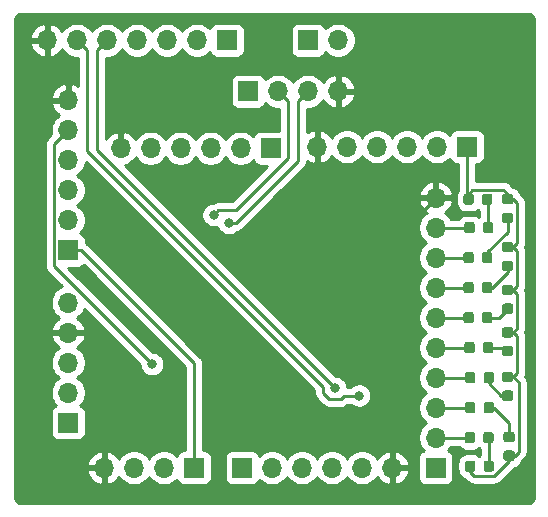
<source format=gbr>
G04 #@! TF.GenerationSoftware,KiCad,Pcbnew,5.1.5*
G04 #@! TF.CreationDate,2020-05-24T16:04:19+02:00*
G04 #@! TF.ProjectId,ATSAML22GA18A_DevBoard,41545341-4d4c-4323-9247-413138415f44,rev?*
G04 #@! TF.SameCoordinates,Original*
G04 #@! TF.FileFunction,Copper,L2,Bot*
G04 #@! TF.FilePolarity,Positive*
%FSLAX46Y46*%
G04 Gerber Fmt 4.6, Leading zero omitted, Abs format (unit mm)*
G04 Created by KiCad (PCBNEW 5.1.5) date 2020-05-24 16:04:19*
%MOMM*%
%LPD*%
G04 APERTURE LIST*
%ADD10C,0.100000*%
%ADD11R,1.700000X1.700000*%
%ADD12O,1.700000X1.700000*%
%ADD13C,0.800000*%
%ADD14C,0.250000*%
%ADD15C,0.254000*%
G04 APERTURE END LIST*
G04 #@! TA.AperFunction,SMDPad,CuDef*
D10*
G36*
X181697691Y-94522053D02*
G01*
X181718926Y-94525203D01*
X181739750Y-94530419D01*
X181759962Y-94537651D01*
X181779368Y-94546830D01*
X181797781Y-94557866D01*
X181815024Y-94570654D01*
X181830930Y-94585070D01*
X181845346Y-94600976D01*
X181858134Y-94618219D01*
X181869170Y-94636632D01*
X181878349Y-94656038D01*
X181885581Y-94676250D01*
X181890797Y-94697074D01*
X181893947Y-94718309D01*
X181895000Y-94739750D01*
X181895000Y-95252250D01*
X181893947Y-95273691D01*
X181890797Y-95294926D01*
X181885581Y-95315750D01*
X181878349Y-95335962D01*
X181869170Y-95355368D01*
X181858134Y-95373781D01*
X181845346Y-95391024D01*
X181830930Y-95406930D01*
X181815024Y-95421346D01*
X181797781Y-95434134D01*
X181779368Y-95445170D01*
X181759962Y-95454349D01*
X181739750Y-95461581D01*
X181718926Y-95466797D01*
X181697691Y-95469947D01*
X181676250Y-95471000D01*
X181238750Y-95471000D01*
X181217309Y-95469947D01*
X181196074Y-95466797D01*
X181175250Y-95461581D01*
X181155038Y-95454349D01*
X181135632Y-95445170D01*
X181117219Y-95434134D01*
X181099976Y-95421346D01*
X181084070Y-95406930D01*
X181069654Y-95391024D01*
X181056866Y-95373781D01*
X181045830Y-95355368D01*
X181036651Y-95335962D01*
X181029419Y-95315750D01*
X181024203Y-95294926D01*
X181021053Y-95273691D01*
X181020000Y-95252250D01*
X181020000Y-94739750D01*
X181021053Y-94718309D01*
X181024203Y-94697074D01*
X181029419Y-94676250D01*
X181036651Y-94656038D01*
X181045830Y-94636632D01*
X181056866Y-94618219D01*
X181069654Y-94600976D01*
X181084070Y-94585070D01*
X181099976Y-94570654D01*
X181117219Y-94557866D01*
X181135632Y-94546830D01*
X181155038Y-94537651D01*
X181175250Y-94530419D01*
X181196074Y-94525203D01*
X181217309Y-94522053D01*
X181238750Y-94521000D01*
X181676250Y-94521000D01*
X181697691Y-94522053D01*
G37*
G04 #@! TD.AperFunction*
G04 #@! TA.AperFunction,SMDPad,CuDef*
G36*
X183272691Y-94522053D02*
G01*
X183293926Y-94525203D01*
X183314750Y-94530419D01*
X183334962Y-94537651D01*
X183354368Y-94546830D01*
X183372781Y-94557866D01*
X183390024Y-94570654D01*
X183405930Y-94585070D01*
X183420346Y-94600976D01*
X183433134Y-94618219D01*
X183444170Y-94636632D01*
X183453349Y-94656038D01*
X183460581Y-94676250D01*
X183465797Y-94697074D01*
X183468947Y-94718309D01*
X183470000Y-94739750D01*
X183470000Y-95252250D01*
X183468947Y-95273691D01*
X183465797Y-95294926D01*
X183460581Y-95315750D01*
X183453349Y-95335962D01*
X183444170Y-95355368D01*
X183433134Y-95373781D01*
X183420346Y-95391024D01*
X183405930Y-95406930D01*
X183390024Y-95421346D01*
X183372781Y-95434134D01*
X183354368Y-95445170D01*
X183334962Y-95454349D01*
X183314750Y-95461581D01*
X183293926Y-95466797D01*
X183272691Y-95469947D01*
X183251250Y-95471000D01*
X182813750Y-95471000D01*
X182792309Y-95469947D01*
X182771074Y-95466797D01*
X182750250Y-95461581D01*
X182730038Y-95454349D01*
X182710632Y-95445170D01*
X182692219Y-95434134D01*
X182674976Y-95421346D01*
X182659070Y-95406930D01*
X182644654Y-95391024D01*
X182631866Y-95373781D01*
X182620830Y-95355368D01*
X182611651Y-95335962D01*
X182604419Y-95315750D01*
X182599203Y-95294926D01*
X182596053Y-95273691D01*
X182595000Y-95252250D01*
X182595000Y-94739750D01*
X182596053Y-94718309D01*
X182599203Y-94697074D01*
X182604419Y-94676250D01*
X182611651Y-94656038D01*
X182620830Y-94636632D01*
X182631866Y-94618219D01*
X182644654Y-94600976D01*
X182659070Y-94585070D01*
X182674976Y-94570654D01*
X182692219Y-94557866D01*
X182710632Y-94546830D01*
X182730038Y-94537651D01*
X182750250Y-94530419D01*
X182771074Y-94525203D01*
X182792309Y-94522053D01*
X182813750Y-94521000D01*
X183251250Y-94521000D01*
X183272691Y-94522053D01*
G37*
G04 #@! TD.AperFunction*
G04 #@! TA.AperFunction,SMDPad,CuDef*
G36*
X181723191Y-91982053D02*
G01*
X181744426Y-91985203D01*
X181765250Y-91990419D01*
X181785462Y-91997651D01*
X181804868Y-92006830D01*
X181823281Y-92017866D01*
X181840524Y-92030654D01*
X181856430Y-92045070D01*
X181870846Y-92060976D01*
X181883634Y-92078219D01*
X181894670Y-92096632D01*
X181903849Y-92116038D01*
X181911081Y-92136250D01*
X181916297Y-92157074D01*
X181919447Y-92178309D01*
X181920500Y-92199750D01*
X181920500Y-92712250D01*
X181919447Y-92733691D01*
X181916297Y-92754926D01*
X181911081Y-92775750D01*
X181903849Y-92795962D01*
X181894670Y-92815368D01*
X181883634Y-92833781D01*
X181870846Y-92851024D01*
X181856430Y-92866930D01*
X181840524Y-92881346D01*
X181823281Y-92894134D01*
X181804868Y-92905170D01*
X181785462Y-92914349D01*
X181765250Y-92921581D01*
X181744426Y-92926797D01*
X181723191Y-92929947D01*
X181701750Y-92931000D01*
X181264250Y-92931000D01*
X181242809Y-92929947D01*
X181221574Y-92926797D01*
X181200750Y-92921581D01*
X181180538Y-92914349D01*
X181161132Y-92905170D01*
X181142719Y-92894134D01*
X181125476Y-92881346D01*
X181109570Y-92866930D01*
X181095154Y-92851024D01*
X181082366Y-92833781D01*
X181071330Y-92815368D01*
X181062151Y-92795962D01*
X181054919Y-92775750D01*
X181049703Y-92754926D01*
X181046553Y-92733691D01*
X181045500Y-92712250D01*
X181045500Y-92199750D01*
X181046553Y-92178309D01*
X181049703Y-92157074D01*
X181054919Y-92136250D01*
X181062151Y-92116038D01*
X181071330Y-92096632D01*
X181082366Y-92078219D01*
X181095154Y-92060976D01*
X181109570Y-92045070D01*
X181125476Y-92030654D01*
X181142719Y-92017866D01*
X181161132Y-92006830D01*
X181180538Y-91997651D01*
X181200750Y-91990419D01*
X181221574Y-91985203D01*
X181242809Y-91982053D01*
X181264250Y-91981000D01*
X181701750Y-91981000D01*
X181723191Y-91982053D01*
G37*
G04 #@! TD.AperFunction*
G04 #@! TA.AperFunction,SMDPad,CuDef*
G36*
X183298191Y-91982053D02*
G01*
X183319426Y-91985203D01*
X183340250Y-91990419D01*
X183360462Y-91997651D01*
X183379868Y-92006830D01*
X183398281Y-92017866D01*
X183415524Y-92030654D01*
X183431430Y-92045070D01*
X183445846Y-92060976D01*
X183458634Y-92078219D01*
X183469670Y-92096632D01*
X183478849Y-92116038D01*
X183486081Y-92136250D01*
X183491297Y-92157074D01*
X183494447Y-92178309D01*
X183495500Y-92199750D01*
X183495500Y-92712250D01*
X183494447Y-92733691D01*
X183491297Y-92754926D01*
X183486081Y-92775750D01*
X183478849Y-92795962D01*
X183469670Y-92815368D01*
X183458634Y-92833781D01*
X183445846Y-92851024D01*
X183431430Y-92866930D01*
X183415524Y-92881346D01*
X183398281Y-92894134D01*
X183379868Y-92905170D01*
X183360462Y-92914349D01*
X183340250Y-92921581D01*
X183319426Y-92926797D01*
X183298191Y-92929947D01*
X183276750Y-92931000D01*
X182839250Y-92931000D01*
X182817809Y-92929947D01*
X182796574Y-92926797D01*
X182775750Y-92921581D01*
X182755538Y-92914349D01*
X182736132Y-92905170D01*
X182717719Y-92894134D01*
X182700476Y-92881346D01*
X182684570Y-92866930D01*
X182670154Y-92851024D01*
X182657366Y-92833781D01*
X182646330Y-92815368D01*
X182637151Y-92795962D01*
X182629919Y-92775750D01*
X182624703Y-92754926D01*
X182621553Y-92733691D01*
X182620500Y-92712250D01*
X182620500Y-92199750D01*
X182621553Y-92178309D01*
X182624703Y-92157074D01*
X182629919Y-92136250D01*
X182637151Y-92116038D01*
X182646330Y-92096632D01*
X182657366Y-92078219D01*
X182670154Y-92060976D01*
X182684570Y-92045070D01*
X182700476Y-92030654D01*
X182717719Y-92017866D01*
X182736132Y-92006830D01*
X182755538Y-91997651D01*
X182775750Y-91990419D01*
X182796574Y-91985203D01*
X182817809Y-91982053D01*
X182839250Y-91981000D01*
X183276750Y-91981000D01*
X183298191Y-91982053D01*
G37*
G04 #@! TD.AperFunction*
G04 #@! TA.AperFunction,SMDPad,CuDef*
G36*
X181723191Y-89442053D02*
G01*
X181744426Y-89445203D01*
X181765250Y-89450419D01*
X181785462Y-89457651D01*
X181804868Y-89466830D01*
X181823281Y-89477866D01*
X181840524Y-89490654D01*
X181856430Y-89505070D01*
X181870846Y-89520976D01*
X181883634Y-89538219D01*
X181894670Y-89556632D01*
X181903849Y-89576038D01*
X181911081Y-89596250D01*
X181916297Y-89617074D01*
X181919447Y-89638309D01*
X181920500Y-89659750D01*
X181920500Y-90172250D01*
X181919447Y-90193691D01*
X181916297Y-90214926D01*
X181911081Y-90235750D01*
X181903849Y-90255962D01*
X181894670Y-90275368D01*
X181883634Y-90293781D01*
X181870846Y-90311024D01*
X181856430Y-90326930D01*
X181840524Y-90341346D01*
X181823281Y-90354134D01*
X181804868Y-90365170D01*
X181785462Y-90374349D01*
X181765250Y-90381581D01*
X181744426Y-90386797D01*
X181723191Y-90389947D01*
X181701750Y-90391000D01*
X181264250Y-90391000D01*
X181242809Y-90389947D01*
X181221574Y-90386797D01*
X181200750Y-90381581D01*
X181180538Y-90374349D01*
X181161132Y-90365170D01*
X181142719Y-90354134D01*
X181125476Y-90341346D01*
X181109570Y-90326930D01*
X181095154Y-90311024D01*
X181082366Y-90293781D01*
X181071330Y-90275368D01*
X181062151Y-90255962D01*
X181054919Y-90235750D01*
X181049703Y-90214926D01*
X181046553Y-90193691D01*
X181045500Y-90172250D01*
X181045500Y-89659750D01*
X181046553Y-89638309D01*
X181049703Y-89617074D01*
X181054919Y-89596250D01*
X181062151Y-89576038D01*
X181071330Y-89556632D01*
X181082366Y-89538219D01*
X181095154Y-89520976D01*
X181109570Y-89505070D01*
X181125476Y-89490654D01*
X181142719Y-89477866D01*
X181161132Y-89466830D01*
X181180538Y-89457651D01*
X181200750Y-89450419D01*
X181221574Y-89445203D01*
X181242809Y-89442053D01*
X181264250Y-89441000D01*
X181701750Y-89441000D01*
X181723191Y-89442053D01*
G37*
G04 #@! TD.AperFunction*
G04 #@! TA.AperFunction,SMDPad,CuDef*
G36*
X183298191Y-89442053D02*
G01*
X183319426Y-89445203D01*
X183340250Y-89450419D01*
X183360462Y-89457651D01*
X183379868Y-89466830D01*
X183398281Y-89477866D01*
X183415524Y-89490654D01*
X183431430Y-89505070D01*
X183445846Y-89520976D01*
X183458634Y-89538219D01*
X183469670Y-89556632D01*
X183478849Y-89576038D01*
X183486081Y-89596250D01*
X183491297Y-89617074D01*
X183494447Y-89638309D01*
X183495500Y-89659750D01*
X183495500Y-90172250D01*
X183494447Y-90193691D01*
X183491297Y-90214926D01*
X183486081Y-90235750D01*
X183478849Y-90255962D01*
X183469670Y-90275368D01*
X183458634Y-90293781D01*
X183445846Y-90311024D01*
X183431430Y-90326930D01*
X183415524Y-90341346D01*
X183398281Y-90354134D01*
X183379868Y-90365170D01*
X183360462Y-90374349D01*
X183340250Y-90381581D01*
X183319426Y-90386797D01*
X183298191Y-90389947D01*
X183276750Y-90391000D01*
X182839250Y-90391000D01*
X182817809Y-90389947D01*
X182796574Y-90386797D01*
X182775750Y-90381581D01*
X182755538Y-90374349D01*
X182736132Y-90365170D01*
X182717719Y-90354134D01*
X182700476Y-90341346D01*
X182684570Y-90326930D01*
X182670154Y-90311024D01*
X182657366Y-90293781D01*
X182646330Y-90275368D01*
X182637151Y-90255962D01*
X182629919Y-90235750D01*
X182624703Y-90214926D01*
X182621553Y-90193691D01*
X182620500Y-90172250D01*
X182620500Y-89659750D01*
X182621553Y-89638309D01*
X182624703Y-89617074D01*
X182629919Y-89596250D01*
X182637151Y-89576038D01*
X182646330Y-89556632D01*
X182657366Y-89538219D01*
X182670154Y-89520976D01*
X182684570Y-89505070D01*
X182700476Y-89490654D01*
X182717719Y-89477866D01*
X182736132Y-89466830D01*
X182755538Y-89457651D01*
X182775750Y-89450419D01*
X182796574Y-89445203D01*
X182817809Y-89442053D01*
X182839250Y-89441000D01*
X183276750Y-89441000D01*
X183298191Y-89442053D01*
G37*
G04 #@! TD.AperFunction*
G04 #@! TA.AperFunction,SMDPad,CuDef*
G36*
X181672191Y-86902053D02*
G01*
X181693426Y-86905203D01*
X181714250Y-86910419D01*
X181734462Y-86917651D01*
X181753868Y-86926830D01*
X181772281Y-86937866D01*
X181789524Y-86950654D01*
X181805430Y-86965070D01*
X181819846Y-86980976D01*
X181832634Y-86998219D01*
X181843670Y-87016632D01*
X181852849Y-87036038D01*
X181860081Y-87056250D01*
X181865297Y-87077074D01*
X181868447Y-87098309D01*
X181869500Y-87119750D01*
X181869500Y-87632250D01*
X181868447Y-87653691D01*
X181865297Y-87674926D01*
X181860081Y-87695750D01*
X181852849Y-87715962D01*
X181843670Y-87735368D01*
X181832634Y-87753781D01*
X181819846Y-87771024D01*
X181805430Y-87786930D01*
X181789524Y-87801346D01*
X181772281Y-87814134D01*
X181753868Y-87825170D01*
X181734462Y-87834349D01*
X181714250Y-87841581D01*
X181693426Y-87846797D01*
X181672191Y-87849947D01*
X181650750Y-87851000D01*
X181213250Y-87851000D01*
X181191809Y-87849947D01*
X181170574Y-87846797D01*
X181149750Y-87841581D01*
X181129538Y-87834349D01*
X181110132Y-87825170D01*
X181091719Y-87814134D01*
X181074476Y-87801346D01*
X181058570Y-87786930D01*
X181044154Y-87771024D01*
X181031366Y-87753781D01*
X181020330Y-87735368D01*
X181011151Y-87715962D01*
X181003919Y-87695750D01*
X180998703Y-87674926D01*
X180995553Y-87653691D01*
X180994500Y-87632250D01*
X180994500Y-87119750D01*
X180995553Y-87098309D01*
X180998703Y-87077074D01*
X181003919Y-87056250D01*
X181011151Y-87036038D01*
X181020330Y-87016632D01*
X181031366Y-86998219D01*
X181044154Y-86980976D01*
X181058570Y-86965070D01*
X181074476Y-86950654D01*
X181091719Y-86937866D01*
X181110132Y-86926830D01*
X181129538Y-86917651D01*
X181149750Y-86910419D01*
X181170574Y-86905203D01*
X181191809Y-86902053D01*
X181213250Y-86901000D01*
X181650750Y-86901000D01*
X181672191Y-86902053D01*
G37*
G04 #@! TD.AperFunction*
G04 #@! TA.AperFunction,SMDPad,CuDef*
G36*
X183247191Y-86902053D02*
G01*
X183268426Y-86905203D01*
X183289250Y-86910419D01*
X183309462Y-86917651D01*
X183328868Y-86926830D01*
X183347281Y-86937866D01*
X183364524Y-86950654D01*
X183380430Y-86965070D01*
X183394846Y-86980976D01*
X183407634Y-86998219D01*
X183418670Y-87016632D01*
X183427849Y-87036038D01*
X183435081Y-87056250D01*
X183440297Y-87077074D01*
X183443447Y-87098309D01*
X183444500Y-87119750D01*
X183444500Y-87632250D01*
X183443447Y-87653691D01*
X183440297Y-87674926D01*
X183435081Y-87695750D01*
X183427849Y-87715962D01*
X183418670Y-87735368D01*
X183407634Y-87753781D01*
X183394846Y-87771024D01*
X183380430Y-87786930D01*
X183364524Y-87801346D01*
X183347281Y-87814134D01*
X183328868Y-87825170D01*
X183309462Y-87834349D01*
X183289250Y-87841581D01*
X183268426Y-87846797D01*
X183247191Y-87849947D01*
X183225750Y-87851000D01*
X182788250Y-87851000D01*
X182766809Y-87849947D01*
X182745574Y-87846797D01*
X182724750Y-87841581D01*
X182704538Y-87834349D01*
X182685132Y-87825170D01*
X182666719Y-87814134D01*
X182649476Y-87801346D01*
X182633570Y-87786930D01*
X182619154Y-87771024D01*
X182606366Y-87753781D01*
X182595330Y-87735368D01*
X182586151Y-87715962D01*
X182578919Y-87695750D01*
X182573703Y-87674926D01*
X182570553Y-87653691D01*
X182569500Y-87632250D01*
X182569500Y-87119750D01*
X182570553Y-87098309D01*
X182573703Y-87077074D01*
X182578919Y-87056250D01*
X182586151Y-87036038D01*
X182595330Y-87016632D01*
X182606366Y-86998219D01*
X182619154Y-86980976D01*
X182633570Y-86965070D01*
X182649476Y-86950654D01*
X182666719Y-86937866D01*
X182685132Y-86926830D01*
X182704538Y-86917651D01*
X182724750Y-86910419D01*
X182745574Y-86905203D01*
X182766809Y-86902053D01*
X182788250Y-86901000D01*
X183225750Y-86901000D01*
X183247191Y-86902053D01*
G37*
G04 #@! TD.AperFunction*
G04 #@! TA.AperFunction,SMDPad,CuDef*
G36*
X181596191Y-84362053D02*
G01*
X181617426Y-84365203D01*
X181638250Y-84370419D01*
X181658462Y-84377651D01*
X181677868Y-84386830D01*
X181696281Y-84397866D01*
X181713524Y-84410654D01*
X181729430Y-84425070D01*
X181743846Y-84440976D01*
X181756634Y-84458219D01*
X181767670Y-84476632D01*
X181776849Y-84496038D01*
X181784081Y-84516250D01*
X181789297Y-84537074D01*
X181792447Y-84558309D01*
X181793500Y-84579750D01*
X181793500Y-85092250D01*
X181792447Y-85113691D01*
X181789297Y-85134926D01*
X181784081Y-85155750D01*
X181776849Y-85175962D01*
X181767670Y-85195368D01*
X181756634Y-85213781D01*
X181743846Y-85231024D01*
X181729430Y-85246930D01*
X181713524Y-85261346D01*
X181696281Y-85274134D01*
X181677868Y-85285170D01*
X181658462Y-85294349D01*
X181638250Y-85301581D01*
X181617426Y-85306797D01*
X181596191Y-85309947D01*
X181574750Y-85311000D01*
X181137250Y-85311000D01*
X181115809Y-85309947D01*
X181094574Y-85306797D01*
X181073750Y-85301581D01*
X181053538Y-85294349D01*
X181034132Y-85285170D01*
X181015719Y-85274134D01*
X180998476Y-85261346D01*
X180982570Y-85246930D01*
X180968154Y-85231024D01*
X180955366Y-85213781D01*
X180944330Y-85195368D01*
X180935151Y-85175962D01*
X180927919Y-85155750D01*
X180922703Y-85134926D01*
X180919553Y-85113691D01*
X180918500Y-85092250D01*
X180918500Y-84579750D01*
X180919553Y-84558309D01*
X180922703Y-84537074D01*
X180927919Y-84516250D01*
X180935151Y-84496038D01*
X180944330Y-84476632D01*
X180955366Y-84458219D01*
X180968154Y-84440976D01*
X180982570Y-84425070D01*
X180998476Y-84410654D01*
X181015719Y-84397866D01*
X181034132Y-84386830D01*
X181053538Y-84377651D01*
X181073750Y-84370419D01*
X181094574Y-84365203D01*
X181115809Y-84362053D01*
X181137250Y-84361000D01*
X181574750Y-84361000D01*
X181596191Y-84362053D01*
G37*
G04 #@! TD.AperFunction*
G04 #@! TA.AperFunction,SMDPad,CuDef*
G36*
X183171191Y-84362053D02*
G01*
X183192426Y-84365203D01*
X183213250Y-84370419D01*
X183233462Y-84377651D01*
X183252868Y-84386830D01*
X183271281Y-84397866D01*
X183288524Y-84410654D01*
X183304430Y-84425070D01*
X183318846Y-84440976D01*
X183331634Y-84458219D01*
X183342670Y-84476632D01*
X183351849Y-84496038D01*
X183359081Y-84516250D01*
X183364297Y-84537074D01*
X183367447Y-84558309D01*
X183368500Y-84579750D01*
X183368500Y-85092250D01*
X183367447Y-85113691D01*
X183364297Y-85134926D01*
X183359081Y-85155750D01*
X183351849Y-85175962D01*
X183342670Y-85195368D01*
X183331634Y-85213781D01*
X183318846Y-85231024D01*
X183304430Y-85246930D01*
X183288524Y-85261346D01*
X183271281Y-85274134D01*
X183252868Y-85285170D01*
X183233462Y-85294349D01*
X183213250Y-85301581D01*
X183192426Y-85306797D01*
X183171191Y-85309947D01*
X183149750Y-85311000D01*
X182712250Y-85311000D01*
X182690809Y-85309947D01*
X182669574Y-85306797D01*
X182648750Y-85301581D01*
X182628538Y-85294349D01*
X182609132Y-85285170D01*
X182590719Y-85274134D01*
X182573476Y-85261346D01*
X182557570Y-85246930D01*
X182543154Y-85231024D01*
X182530366Y-85213781D01*
X182519330Y-85195368D01*
X182510151Y-85175962D01*
X182502919Y-85155750D01*
X182497703Y-85134926D01*
X182494553Y-85113691D01*
X182493500Y-85092250D01*
X182493500Y-84579750D01*
X182494553Y-84558309D01*
X182497703Y-84537074D01*
X182502919Y-84516250D01*
X182510151Y-84496038D01*
X182519330Y-84476632D01*
X182530366Y-84458219D01*
X182543154Y-84440976D01*
X182557570Y-84425070D01*
X182573476Y-84410654D01*
X182590719Y-84397866D01*
X182609132Y-84386830D01*
X182628538Y-84377651D01*
X182648750Y-84370419D01*
X182669574Y-84365203D01*
X182690809Y-84362053D01*
X182712250Y-84361000D01*
X183149750Y-84361000D01*
X183171191Y-84362053D01*
G37*
G04 #@! TD.AperFunction*
G04 #@! TA.AperFunction,SMDPad,CuDef*
G36*
X181596191Y-81822053D02*
G01*
X181617426Y-81825203D01*
X181638250Y-81830419D01*
X181658462Y-81837651D01*
X181677868Y-81846830D01*
X181696281Y-81857866D01*
X181713524Y-81870654D01*
X181729430Y-81885070D01*
X181743846Y-81900976D01*
X181756634Y-81918219D01*
X181767670Y-81936632D01*
X181776849Y-81956038D01*
X181784081Y-81976250D01*
X181789297Y-81997074D01*
X181792447Y-82018309D01*
X181793500Y-82039750D01*
X181793500Y-82552250D01*
X181792447Y-82573691D01*
X181789297Y-82594926D01*
X181784081Y-82615750D01*
X181776849Y-82635962D01*
X181767670Y-82655368D01*
X181756634Y-82673781D01*
X181743846Y-82691024D01*
X181729430Y-82706930D01*
X181713524Y-82721346D01*
X181696281Y-82734134D01*
X181677868Y-82745170D01*
X181658462Y-82754349D01*
X181638250Y-82761581D01*
X181617426Y-82766797D01*
X181596191Y-82769947D01*
X181574750Y-82771000D01*
X181137250Y-82771000D01*
X181115809Y-82769947D01*
X181094574Y-82766797D01*
X181073750Y-82761581D01*
X181053538Y-82754349D01*
X181034132Y-82745170D01*
X181015719Y-82734134D01*
X180998476Y-82721346D01*
X180982570Y-82706930D01*
X180968154Y-82691024D01*
X180955366Y-82673781D01*
X180944330Y-82655368D01*
X180935151Y-82635962D01*
X180927919Y-82615750D01*
X180922703Y-82594926D01*
X180919553Y-82573691D01*
X180918500Y-82552250D01*
X180918500Y-82039750D01*
X180919553Y-82018309D01*
X180922703Y-81997074D01*
X180927919Y-81976250D01*
X180935151Y-81956038D01*
X180944330Y-81936632D01*
X180955366Y-81918219D01*
X180968154Y-81900976D01*
X180982570Y-81885070D01*
X180998476Y-81870654D01*
X181015719Y-81857866D01*
X181034132Y-81846830D01*
X181053538Y-81837651D01*
X181073750Y-81830419D01*
X181094574Y-81825203D01*
X181115809Y-81822053D01*
X181137250Y-81821000D01*
X181574750Y-81821000D01*
X181596191Y-81822053D01*
G37*
G04 #@! TD.AperFunction*
G04 #@! TA.AperFunction,SMDPad,CuDef*
G36*
X183171191Y-81822053D02*
G01*
X183192426Y-81825203D01*
X183213250Y-81830419D01*
X183233462Y-81837651D01*
X183252868Y-81846830D01*
X183271281Y-81857866D01*
X183288524Y-81870654D01*
X183304430Y-81885070D01*
X183318846Y-81900976D01*
X183331634Y-81918219D01*
X183342670Y-81936632D01*
X183351849Y-81956038D01*
X183359081Y-81976250D01*
X183364297Y-81997074D01*
X183367447Y-82018309D01*
X183368500Y-82039750D01*
X183368500Y-82552250D01*
X183367447Y-82573691D01*
X183364297Y-82594926D01*
X183359081Y-82615750D01*
X183351849Y-82635962D01*
X183342670Y-82655368D01*
X183331634Y-82673781D01*
X183318846Y-82691024D01*
X183304430Y-82706930D01*
X183288524Y-82721346D01*
X183271281Y-82734134D01*
X183252868Y-82745170D01*
X183233462Y-82754349D01*
X183213250Y-82761581D01*
X183192426Y-82766797D01*
X183171191Y-82769947D01*
X183149750Y-82771000D01*
X182712250Y-82771000D01*
X182690809Y-82769947D01*
X182669574Y-82766797D01*
X182648750Y-82761581D01*
X182628538Y-82754349D01*
X182609132Y-82745170D01*
X182590719Y-82734134D01*
X182573476Y-82721346D01*
X182557570Y-82706930D01*
X182543154Y-82691024D01*
X182530366Y-82673781D01*
X182519330Y-82655368D01*
X182510151Y-82635962D01*
X182502919Y-82615750D01*
X182497703Y-82594926D01*
X182494553Y-82573691D01*
X182493500Y-82552250D01*
X182493500Y-82039750D01*
X182494553Y-82018309D01*
X182497703Y-81997074D01*
X182502919Y-81976250D01*
X182510151Y-81956038D01*
X182519330Y-81936632D01*
X182530366Y-81918219D01*
X182543154Y-81900976D01*
X182557570Y-81885070D01*
X182573476Y-81870654D01*
X182590719Y-81857866D01*
X182609132Y-81846830D01*
X182628538Y-81837651D01*
X182648750Y-81830419D01*
X182669574Y-81825203D01*
X182690809Y-81822053D01*
X182712250Y-81821000D01*
X183149750Y-81821000D01*
X183171191Y-81822053D01*
G37*
G04 #@! TD.AperFunction*
G04 #@! TA.AperFunction,SMDPad,CuDef*
G36*
X183171191Y-79282053D02*
G01*
X183192426Y-79285203D01*
X183213250Y-79290419D01*
X183233462Y-79297651D01*
X183252868Y-79306830D01*
X183271281Y-79317866D01*
X183288524Y-79330654D01*
X183304430Y-79345070D01*
X183318846Y-79360976D01*
X183331634Y-79378219D01*
X183342670Y-79396632D01*
X183351849Y-79416038D01*
X183359081Y-79436250D01*
X183364297Y-79457074D01*
X183367447Y-79478309D01*
X183368500Y-79499750D01*
X183368500Y-80012250D01*
X183367447Y-80033691D01*
X183364297Y-80054926D01*
X183359081Y-80075750D01*
X183351849Y-80095962D01*
X183342670Y-80115368D01*
X183331634Y-80133781D01*
X183318846Y-80151024D01*
X183304430Y-80166930D01*
X183288524Y-80181346D01*
X183271281Y-80194134D01*
X183252868Y-80205170D01*
X183233462Y-80214349D01*
X183213250Y-80221581D01*
X183192426Y-80226797D01*
X183171191Y-80229947D01*
X183149750Y-80231000D01*
X182712250Y-80231000D01*
X182690809Y-80229947D01*
X182669574Y-80226797D01*
X182648750Y-80221581D01*
X182628538Y-80214349D01*
X182609132Y-80205170D01*
X182590719Y-80194134D01*
X182573476Y-80181346D01*
X182557570Y-80166930D01*
X182543154Y-80151024D01*
X182530366Y-80133781D01*
X182519330Y-80115368D01*
X182510151Y-80095962D01*
X182502919Y-80075750D01*
X182497703Y-80054926D01*
X182494553Y-80033691D01*
X182493500Y-80012250D01*
X182493500Y-79499750D01*
X182494553Y-79478309D01*
X182497703Y-79457074D01*
X182502919Y-79436250D01*
X182510151Y-79416038D01*
X182519330Y-79396632D01*
X182530366Y-79378219D01*
X182543154Y-79360976D01*
X182557570Y-79345070D01*
X182573476Y-79330654D01*
X182590719Y-79317866D01*
X182609132Y-79306830D01*
X182628538Y-79297651D01*
X182648750Y-79290419D01*
X182669574Y-79285203D01*
X182690809Y-79282053D01*
X182712250Y-79281000D01*
X183149750Y-79281000D01*
X183171191Y-79282053D01*
G37*
G04 #@! TD.AperFunction*
G04 #@! TA.AperFunction,SMDPad,CuDef*
G36*
X181596191Y-79282053D02*
G01*
X181617426Y-79285203D01*
X181638250Y-79290419D01*
X181658462Y-79297651D01*
X181677868Y-79306830D01*
X181696281Y-79317866D01*
X181713524Y-79330654D01*
X181729430Y-79345070D01*
X181743846Y-79360976D01*
X181756634Y-79378219D01*
X181767670Y-79396632D01*
X181776849Y-79416038D01*
X181784081Y-79436250D01*
X181789297Y-79457074D01*
X181792447Y-79478309D01*
X181793500Y-79499750D01*
X181793500Y-80012250D01*
X181792447Y-80033691D01*
X181789297Y-80054926D01*
X181784081Y-80075750D01*
X181776849Y-80095962D01*
X181767670Y-80115368D01*
X181756634Y-80133781D01*
X181743846Y-80151024D01*
X181729430Y-80166930D01*
X181713524Y-80181346D01*
X181696281Y-80194134D01*
X181677868Y-80205170D01*
X181658462Y-80214349D01*
X181638250Y-80221581D01*
X181617426Y-80226797D01*
X181596191Y-80229947D01*
X181574750Y-80231000D01*
X181137250Y-80231000D01*
X181115809Y-80229947D01*
X181094574Y-80226797D01*
X181073750Y-80221581D01*
X181053538Y-80214349D01*
X181034132Y-80205170D01*
X181015719Y-80194134D01*
X180998476Y-80181346D01*
X180982570Y-80166930D01*
X180968154Y-80151024D01*
X180955366Y-80133781D01*
X180944330Y-80115368D01*
X180935151Y-80095962D01*
X180927919Y-80075750D01*
X180922703Y-80054926D01*
X180919553Y-80033691D01*
X180918500Y-80012250D01*
X180918500Y-79499750D01*
X180919553Y-79478309D01*
X180922703Y-79457074D01*
X180927919Y-79436250D01*
X180935151Y-79416038D01*
X180944330Y-79396632D01*
X180955366Y-79378219D01*
X180968154Y-79360976D01*
X180982570Y-79345070D01*
X180998476Y-79330654D01*
X181015719Y-79317866D01*
X181034132Y-79306830D01*
X181053538Y-79297651D01*
X181073750Y-79290419D01*
X181094574Y-79285203D01*
X181115809Y-79282053D01*
X181137250Y-79281000D01*
X181574750Y-79281000D01*
X181596191Y-79282053D01*
G37*
G04 #@! TD.AperFunction*
G04 #@! TA.AperFunction,SMDPad,CuDef*
G36*
X181672191Y-76742053D02*
G01*
X181693426Y-76745203D01*
X181714250Y-76750419D01*
X181734462Y-76757651D01*
X181753868Y-76766830D01*
X181772281Y-76777866D01*
X181789524Y-76790654D01*
X181805430Y-76805070D01*
X181819846Y-76820976D01*
X181832634Y-76838219D01*
X181843670Y-76856632D01*
X181852849Y-76876038D01*
X181860081Y-76896250D01*
X181865297Y-76917074D01*
X181868447Y-76938309D01*
X181869500Y-76959750D01*
X181869500Y-77472250D01*
X181868447Y-77493691D01*
X181865297Y-77514926D01*
X181860081Y-77535750D01*
X181852849Y-77555962D01*
X181843670Y-77575368D01*
X181832634Y-77593781D01*
X181819846Y-77611024D01*
X181805430Y-77626930D01*
X181789524Y-77641346D01*
X181772281Y-77654134D01*
X181753868Y-77665170D01*
X181734462Y-77674349D01*
X181714250Y-77681581D01*
X181693426Y-77686797D01*
X181672191Y-77689947D01*
X181650750Y-77691000D01*
X181213250Y-77691000D01*
X181191809Y-77689947D01*
X181170574Y-77686797D01*
X181149750Y-77681581D01*
X181129538Y-77674349D01*
X181110132Y-77665170D01*
X181091719Y-77654134D01*
X181074476Y-77641346D01*
X181058570Y-77626930D01*
X181044154Y-77611024D01*
X181031366Y-77593781D01*
X181020330Y-77575368D01*
X181011151Y-77555962D01*
X181003919Y-77535750D01*
X180998703Y-77514926D01*
X180995553Y-77493691D01*
X180994500Y-77472250D01*
X180994500Y-76959750D01*
X180995553Y-76938309D01*
X180998703Y-76917074D01*
X181003919Y-76896250D01*
X181011151Y-76876038D01*
X181020330Y-76856632D01*
X181031366Y-76838219D01*
X181044154Y-76820976D01*
X181058570Y-76805070D01*
X181074476Y-76790654D01*
X181091719Y-76777866D01*
X181110132Y-76766830D01*
X181129538Y-76757651D01*
X181149750Y-76750419D01*
X181170574Y-76745203D01*
X181191809Y-76742053D01*
X181213250Y-76741000D01*
X181650750Y-76741000D01*
X181672191Y-76742053D01*
G37*
G04 #@! TD.AperFunction*
G04 #@! TA.AperFunction,SMDPad,CuDef*
G36*
X183247191Y-76742053D02*
G01*
X183268426Y-76745203D01*
X183289250Y-76750419D01*
X183309462Y-76757651D01*
X183328868Y-76766830D01*
X183347281Y-76777866D01*
X183364524Y-76790654D01*
X183380430Y-76805070D01*
X183394846Y-76820976D01*
X183407634Y-76838219D01*
X183418670Y-76856632D01*
X183427849Y-76876038D01*
X183435081Y-76896250D01*
X183440297Y-76917074D01*
X183443447Y-76938309D01*
X183444500Y-76959750D01*
X183444500Y-77472250D01*
X183443447Y-77493691D01*
X183440297Y-77514926D01*
X183435081Y-77535750D01*
X183427849Y-77555962D01*
X183418670Y-77575368D01*
X183407634Y-77593781D01*
X183394846Y-77611024D01*
X183380430Y-77626930D01*
X183364524Y-77641346D01*
X183347281Y-77654134D01*
X183328868Y-77665170D01*
X183309462Y-77674349D01*
X183289250Y-77681581D01*
X183268426Y-77686797D01*
X183247191Y-77689947D01*
X183225750Y-77691000D01*
X182788250Y-77691000D01*
X182766809Y-77689947D01*
X182745574Y-77686797D01*
X182724750Y-77681581D01*
X182704538Y-77674349D01*
X182685132Y-77665170D01*
X182666719Y-77654134D01*
X182649476Y-77641346D01*
X182633570Y-77626930D01*
X182619154Y-77611024D01*
X182606366Y-77593781D01*
X182595330Y-77575368D01*
X182586151Y-77555962D01*
X182578919Y-77535750D01*
X182573703Y-77514926D01*
X182570553Y-77493691D01*
X182569500Y-77472250D01*
X182569500Y-76959750D01*
X182570553Y-76938309D01*
X182573703Y-76917074D01*
X182578919Y-76896250D01*
X182586151Y-76876038D01*
X182595330Y-76856632D01*
X182606366Y-76838219D01*
X182619154Y-76820976D01*
X182633570Y-76805070D01*
X182649476Y-76790654D01*
X182666719Y-76777866D01*
X182685132Y-76766830D01*
X182704538Y-76757651D01*
X182724750Y-76750419D01*
X182745574Y-76745203D01*
X182766809Y-76742053D01*
X182788250Y-76741000D01*
X183225750Y-76741000D01*
X183247191Y-76742053D01*
G37*
G04 #@! TD.AperFunction*
D11*
X147447000Y-93726000D03*
D12*
X147447000Y-91186000D03*
X147447000Y-88646000D03*
X147447000Y-86106000D03*
X147447000Y-83566000D03*
X150495000Y-97536000D03*
X153035000Y-97536000D03*
X155575000Y-97536000D03*
D11*
X158115000Y-97536000D03*
X160909000Y-61341000D03*
D12*
X158369000Y-61341000D03*
X155829000Y-61341000D03*
X153289000Y-61341000D03*
X150749000Y-61341000D03*
X148209000Y-61341000D03*
X145669000Y-61341000D03*
D11*
X162179000Y-97536000D03*
D12*
X164719000Y-97536000D03*
X167259000Y-97536000D03*
X169799000Y-97536000D03*
X172339000Y-97536000D03*
X174879000Y-97536000D03*
D11*
X178562000Y-97536000D03*
D12*
X178562000Y-94996000D03*
X178562000Y-92456000D03*
X178562000Y-89916000D03*
X178562000Y-87376000D03*
X178562000Y-84836000D03*
X178562000Y-82296000D03*
X178562000Y-79756000D03*
X178562000Y-77216000D03*
X178562000Y-74676000D03*
X147447000Y-66421000D03*
X147447000Y-68961000D03*
X147447000Y-71501000D03*
X147447000Y-74041000D03*
X147447000Y-76581000D03*
D11*
X147447000Y-79121000D03*
X164592000Y-70485000D03*
D12*
X162052000Y-70485000D03*
X159512000Y-70485000D03*
X156972000Y-70485000D03*
X154432000Y-70485000D03*
X151892000Y-70485000D03*
X168529000Y-70358000D03*
X171069000Y-70358000D03*
X173609000Y-70358000D03*
X176149000Y-70358000D03*
X178689000Y-70358000D03*
D11*
X181229000Y-70358000D03*
X162687000Y-65659000D03*
D12*
X165227000Y-65659000D03*
X167767000Y-65659000D03*
X170307000Y-65659000D03*
X170307000Y-61341000D03*
D11*
X167767000Y-61341000D03*
G04 #@! TA.AperFunction,SMDPad,CuDef*
D10*
G36*
X183298191Y-96935053D02*
G01*
X183319426Y-96938203D01*
X183340250Y-96943419D01*
X183360462Y-96950651D01*
X183379868Y-96959830D01*
X183398281Y-96970866D01*
X183415524Y-96983654D01*
X183431430Y-96998070D01*
X183445846Y-97013976D01*
X183458634Y-97031219D01*
X183469670Y-97049632D01*
X183478849Y-97069038D01*
X183486081Y-97089250D01*
X183491297Y-97110074D01*
X183494447Y-97131309D01*
X183495500Y-97152750D01*
X183495500Y-97665250D01*
X183494447Y-97686691D01*
X183491297Y-97707926D01*
X183486081Y-97728750D01*
X183478849Y-97748962D01*
X183469670Y-97768368D01*
X183458634Y-97786781D01*
X183445846Y-97804024D01*
X183431430Y-97819930D01*
X183415524Y-97834346D01*
X183398281Y-97847134D01*
X183379868Y-97858170D01*
X183360462Y-97867349D01*
X183340250Y-97874581D01*
X183319426Y-97879797D01*
X183298191Y-97882947D01*
X183276750Y-97884000D01*
X182839250Y-97884000D01*
X182817809Y-97882947D01*
X182796574Y-97879797D01*
X182775750Y-97874581D01*
X182755538Y-97867349D01*
X182736132Y-97858170D01*
X182717719Y-97847134D01*
X182700476Y-97834346D01*
X182684570Y-97819930D01*
X182670154Y-97804024D01*
X182657366Y-97786781D01*
X182646330Y-97768368D01*
X182637151Y-97748962D01*
X182629919Y-97728750D01*
X182624703Y-97707926D01*
X182621553Y-97686691D01*
X182620500Y-97665250D01*
X182620500Y-97152750D01*
X182621553Y-97131309D01*
X182624703Y-97110074D01*
X182629919Y-97089250D01*
X182637151Y-97069038D01*
X182646330Y-97049632D01*
X182657366Y-97031219D01*
X182670154Y-97013976D01*
X182684570Y-96998070D01*
X182700476Y-96983654D01*
X182717719Y-96970866D01*
X182736132Y-96959830D01*
X182755538Y-96950651D01*
X182775750Y-96943419D01*
X182796574Y-96938203D01*
X182817809Y-96935053D01*
X182839250Y-96934000D01*
X183276750Y-96934000D01*
X183298191Y-96935053D01*
G37*
G04 #@! TD.AperFunction*
G04 #@! TA.AperFunction,SMDPad,CuDef*
G36*
X181723191Y-96935053D02*
G01*
X181744426Y-96938203D01*
X181765250Y-96943419D01*
X181785462Y-96950651D01*
X181804868Y-96959830D01*
X181823281Y-96970866D01*
X181840524Y-96983654D01*
X181856430Y-96998070D01*
X181870846Y-97013976D01*
X181883634Y-97031219D01*
X181894670Y-97049632D01*
X181903849Y-97069038D01*
X181911081Y-97089250D01*
X181916297Y-97110074D01*
X181919447Y-97131309D01*
X181920500Y-97152750D01*
X181920500Y-97665250D01*
X181919447Y-97686691D01*
X181916297Y-97707926D01*
X181911081Y-97728750D01*
X181903849Y-97748962D01*
X181894670Y-97768368D01*
X181883634Y-97786781D01*
X181870846Y-97804024D01*
X181856430Y-97819930D01*
X181840524Y-97834346D01*
X181823281Y-97847134D01*
X181804868Y-97858170D01*
X181785462Y-97867349D01*
X181765250Y-97874581D01*
X181744426Y-97879797D01*
X181723191Y-97882947D01*
X181701750Y-97884000D01*
X181264250Y-97884000D01*
X181242809Y-97882947D01*
X181221574Y-97879797D01*
X181200750Y-97874581D01*
X181180538Y-97867349D01*
X181161132Y-97858170D01*
X181142719Y-97847134D01*
X181125476Y-97834346D01*
X181109570Y-97819930D01*
X181095154Y-97804024D01*
X181082366Y-97786781D01*
X181071330Y-97768368D01*
X181062151Y-97748962D01*
X181054919Y-97728750D01*
X181049703Y-97707926D01*
X181046553Y-97686691D01*
X181045500Y-97665250D01*
X181045500Y-97152750D01*
X181046553Y-97131309D01*
X181049703Y-97110074D01*
X181054919Y-97089250D01*
X181062151Y-97069038D01*
X181071330Y-97049632D01*
X181082366Y-97031219D01*
X181095154Y-97013976D01*
X181109570Y-96998070D01*
X181125476Y-96983654D01*
X181142719Y-96970866D01*
X181161132Y-96959830D01*
X181180538Y-96950651D01*
X181200750Y-96943419D01*
X181221574Y-96938203D01*
X181242809Y-96935053D01*
X181264250Y-96934000D01*
X181701750Y-96934000D01*
X181723191Y-96935053D01*
G37*
G04 #@! TD.AperFunction*
G04 #@! TA.AperFunction,SMDPad,CuDef*
G36*
X185062691Y-94508553D02*
G01*
X185083926Y-94511703D01*
X185104750Y-94516919D01*
X185124962Y-94524151D01*
X185144368Y-94533330D01*
X185162781Y-94544366D01*
X185180024Y-94557154D01*
X185195930Y-94571570D01*
X185210346Y-94587476D01*
X185223134Y-94604719D01*
X185234170Y-94623132D01*
X185243349Y-94642538D01*
X185250581Y-94662750D01*
X185255797Y-94683574D01*
X185258947Y-94704809D01*
X185260000Y-94726250D01*
X185260000Y-95163750D01*
X185258947Y-95185191D01*
X185255797Y-95206426D01*
X185250581Y-95227250D01*
X185243349Y-95247462D01*
X185234170Y-95266868D01*
X185223134Y-95285281D01*
X185210346Y-95302524D01*
X185195930Y-95318430D01*
X185180024Y-95332846D01*
X185162781Y-95345634D01*
X185144368Y-95356670D01*
X185124962Y-95365849D01*
X185104750Y-95373081D01*
X185083926Y-95378297D01*
X185062691Y-95381447D01*
X185041250Y-95382500D01*
X184528750Y-95382500D01*
X184507309Y-95381447D01*
X184486074Y-95378297D01*
X184465250Y-95373081D01*
X184445038Y-95365849D01*
X184425632Y-95356670D01*
X184407219Y-95345634D01*
X184389976Y-95332846D01*
X184374070Y-95318430D01*
X184359654Y-95302524D01*
X184346866Y-95285281D01*
X184335830Y-95266868D01*
X184326651Y-95247462D01*
X184319419Y-95227250D01*
X184314203Y-95206426D01*
X184311053Y-95185191D01*
X184310000Y-95163750D01*
X184310000Y-94726250D01*
X184311053Y-94704809D01*
X184314203Y-94683574D01*
X184319419Y-94662750D01*
X184326651Y-94642538D01*
X184335830Y-94623132D01*
X184346866Y-94604719D01*
X184359654Y-94587476D01*
X184374070Y-94571570D01*
X184389976Y-94557154D01*
X184407219Y-94544366D01*
X184425632Y-94533330D01*
X184445038Y-94524151D01*
X184465250Y-94516919D01*
X184486074Y-94511703D01*
X184507309Y-94508553D01*
X184528750Y-94507500D01*
X185041250Y-94507500D01*
X185062691Y-94508553D01*
G37*
G04 #@! TD.AperFunction*
G04 #@! TA.AperFunction,SMDPad,CuDef*
G36*
X185062691Y-96083553D02*
G01*
X185083926Y-96086703D01*
X185104750Y-96091919D01*
X185124962Y-96099151D01*
X185144368Y-96108330D01*
X185162781Y-96119366D01*
X185180024Y-96132154D01*
X185195930Y-96146570D01*
X185210346Y-96162476D01*
X185223134Y-96179719D01*
X185234170Y-96198132D01*
X185243349Y-96217538D01*
X185250581Y-96237750D01*
X185255797Y-96258574D01*
X185258947Y-96279809D01*
X185260000Y-96301250D01*
X185260000Y-96738750D01*
X185258947Y-96760191D01*
X185255797Y-96781426D01*
X185250581Y-96802250D01*
X185243349Y-96822462D01*
X185234170Y-96841868D01*
X185223134Y-96860281D01*
X185210346Y-96877524D01*
X185195930Y-96893430D01*
X185180024Y-96907846D01*
X185162781Y-96920634D01*
X185144368Y-96931670D01*
X185124962Y-96940849D01*
X185104750Y-96948081D01*
X185083926Y-96953297D01*
X185062691Y-96956447D01*
X185041250Y-96957500D01*
X184528750Y-96957500D01*
X184507309Y-96956447D01*
X184486074Y-96953297D01*
X184465250Y-96948081D01*
X184445038Y-96940849D01*
X184425632Y-96931670D01*
X184407219Y-96920634D01*
X184389976Y-96907846D01*
X184374070Y-96893430D01*
X184359654Y-96877524D01*
X184346866Y-96860281D01*
X184335830Y-96841868D01*
X184326651Y-96822462D01*
X184319419Y-96802250D01*
X184314203Y-96781426D01*
X184311053Y-96760191D01*
X184310000Y-96738750D01*
X184310000Y-96301250D01*
X184311053Y-96279809D01*
X184314203Y-96258574D01*
X184319419Y-96237750D01*
X184326651Y-96217538D01*
X184335830Y-96198132D01*
X184346866Y-96179719D01*
X184359654Y-96162476D01*
X184374070Y-96146570D01*
X184389976Y-96132154D01*
X184407219Y-96119366D01*
X184425632Y-96108330D01*
X184445038Y-96099151D01*
X184465250Y-96091919D01*
X184486074Y-96086703D01*
X184507309Y-96083553D01*
X184528750Y-96082500D01*
X185041250Y-96082500D01*
X185062691Y-96083553D01*
G37*
G04 #@! TD.AperFunction*
G04 #@! TA.AperFunction,SMDPad,CuDef*
G36*
X184935691Y-91003553D02*
G01*
X184956926Y-91006703D01*
X184977750Y-91011919D01*
X184997962Y-91019151D01*
X185017368Y-91028330D01*
X185035781Y-91039366D01*
X185053024Y-91052154D01*
X185068930Y-91066570D01*
X185083346Y-91082476D01*
X185096134Y-91099719D01*
X185107170Y-91118132D01*
X185116349Y-91137538D01*
X185123581Y-91157750D01*
X185128797Y-91178574D01*
X185131947Y-91199809D01*
X185133000Y-91221250D01*
X185133000Y-91658750D01*
X185131947Y-91680191D01*
X185128797Y-91701426D01*
X185123581Y-91722250D01*
X185116349Y-91742462D01*
X185107170Y-91761868D01*
X185096134Y-91780281D01*
X185083346Y-91797524D01*
X185068930Y-91813430D01*
X185053024Y-91827846D01*
X185035781Y-91840634D01*
X185017368Y-91851670D01*
X184997962Y-91860849D01*
X184977750Y-91868081D01*
X184956926Y-91873297D01*
X184935691Y-91876447D01*
X184914250Y-91877500D01*
X184401750Y-91877500D01*
X184380309Y-91876447D01*
X184359074Y-91873297D01*
X184338250Y-91868081D01*
X184318038Y-91860849D01*
X184298632Y-91851670D01*
X184280219Y-91840634D01*
X184262976Y-91827846D01*
X184247070Y-91813430D01*
X184232654Y-91797524D01*
X184219866Y-91780281D01*
X184208830Y-91761868D01*
X184199651Y-91742462D01*
X184192419Y-91722250D01*
X184187203Y-91701426D01*
X184184053Y-91680191D01*
X184183000Y-91658750D01*
X184183000Y-91221250D01*
X184184053Y-91199809D01*
X184187203Y-91178574D01*
X184192419Y-91157750D01*
X184199651Y-91137538D01*
X184208830Y-91118132D01*
X184219866Y-91099719D01*
X184232654Y-91082476D01*
X184247070Y-91066570D01*
X184262976Y-91052154D01*
X184280219Y-91039366D01*
X184298632Y-91028330D01*
X184318038Y-91019151D01*
X184338250Y-91011919D01*
X184359074Y-91006703D01*
X184380309Y-91003553D01*
X184401750Y-91002500D01*
X184914250Y-91002500D01*
X184935691Y-91003553D01*
G37*
G04 #@! TD.AperFunction*
G04 #@! TA.AperFunction,SMDPad,CuDef*
G36*
X184935691Y-89428553D02*
G01*
X184956926Y-89431703D01*
X184977750Y-89436919D01*
X184997962Y-89444151D01*
X185017368Y-89453330D01*
X185035781Y-89464366D01*
X185053024Y-89477154D01*
X185068930Y-89491570D01*
X185083346Y-89507476D01*
X185096134Y-89524719D01*
X185107170Y-89543132D01*
X185116349Y-89562538D01*
X185123581Y-89582750D01*
X185128797Y-89603574D01*
X185131947Y-89624809D01*
X185133000Y-89646250D01*
X185133000Y-90083750D01*
X185131947Y-90105191D01*
X185128797Y-90126426D01*
X185123581Y-90147250D01*
X185116349Y-90167462D01*
X185107170Y-90186868D01*
X185096134Y-90205281D01*
X185083346Y-90222524D01*
X185068930Y-90238430D01*
X185053024Y-90252846D01*
X185035781Y-90265634D01*
X185017368Y-90276670D01*
X184997962Y-90285849D01*
X184977750Y-90293081D01*
X184956926Y-90298297D01*
X184935691Y-90301447D01*
X184914250Y-90302500D01*
X184401750Y-90302500D01*
X184380309Y-90301447D01*
X184359074Y-90298297D01*
X184338250Y-90293081D01*
X184318038Y-90285849D01*
X184298632Y-90276670D01*
X184280219Y-90265634D01*
X184262976Y-90252846D01*
X184247070Y-90238430D01*
X184232654Y-90222524D01*
X184219866Y-90205281D01*
X184208830Y-90186868D01*
X184199651Y-90167462D01*
X184192419Y-90147250D01*
X184187203Y-90126426D01*
X184184053Y-90105191D01*
X184183000Y-90083750D01*
X184183000Y-89646250D01*
X184184053Y-89624809D01*
X184187203Y-89603574D01*
X184192419Y-89582750D01*
X184199651Y-89562538D01*
X184208830Y-89543132D01*
X184219866Y-89524719D01*
X184232654Y-89507476D01*
X184247070Y-89491570D01*
X184262976Y-89477154D01*
X184280219Y-89464366D01*
X184298632Y-89453330D01*
X184318038Y-89444151D01*
X184338250Y-89436919D01*
X184359074Y-89431703D01*
X184380309Y-89428553D01*
X184401750Y-89427500D01*
X184914250Y-89427500D01*
X184935691Y-89428553D01*
G37*
G04 #@! TD.AperFunction*
G04 #@! TA.AperFunction,SMDPad,CuDef*
G36*
X184935691Y-87219053D02*
G01*
X184956926Y-87222203D01*
X184977750Y-87227419D01*
X184997962Y-87234651D01*
X185017368Y-87243830D01*
X185035781Y-87254866D01*
X185053024Y-87267654D01*
X185068930Y-87282070D01*
X185083346Y-87297976D01*
X185096134Y-87315219D01*
X185107170Y-87333632D01*
X185116349Y-87353038D01*
X185123581Y-87373250D01*
X185128797Y-87394074D01*
X185131947Y-87415309D01*
X185133000Y-87436750D01*
X185133000Y-87874250D01*
X185131947Y-87895691D01*
X185128797Y-87916926D01*
X185123581Y-87937750D01*
X185116349Y-87957962D01*
X185107170Y-87977368D01*
X185096134Y-87995781D01*
X185083346Y-88013024D01*
X185068930Y-88028930D01*
X185053024Y-88043346D01*
X185035781Y-88056134D01*
X185017368Y-88067170D01*
X184997962Y-88076349D01*
X184977750Y-88083581D01*
X184956926Y-88088797D01*
X184935691Y-88091947D01*
X184914250Y-88093000D01*
X184401750Y-88093000D01*
X184380309Y-88091947D01*
X184359074Y-88088797D01*
X184338250Y-88083581D01*
X184318038Y-88076349D01*
X184298632Y-88067170D01*
X184280219Y-88056134D01*
X184262976Y-88043346D01*
X184247070Y-88028930D01*
X184232654Y-88013024D01*
X184219866Y-87995781D01*
X184208830Y-87977368D01*
X184199651Y-87957962D01*
X184192419Y-87937750D01*
X184187203Y-87916926D01*
X184184053Y-87895691D01*
X184183000Y-87874250D01*
X184183000Y-87436750D01*
X184184053Y-87415309D01*
X184187203Y-87394074D01*
X184192419Y-87373250D01*
X184199651Y-87353038D01*
X184208830Y-87333632D01*
X184219866Y-87315219D01*
X184232654Y-87297976D01*
X184247070Y-87282070D01*
X184262976Y-87267654D01*
X184280219Y-87254866D01*
X184298632Y-87243830D01*
X184318038Y-87234651D01*
X184338250Y-87227419D01*
X184359074Y-87222203D01*
X184380309Y-87219053D01*
X184401750Y-87218000D01*
X184914250Y-87218000D01*
X184935691Y-87219053D01*
G37*
G04 #@! TD.AperFunction*
G04 #@! TA.AperFunction,SMDPad,CuDef*
G36*
X184935691Y-85644053D02*
G01*
X184956926Y-85647203D01*
X184977750Y-85652419D01*
X184997962Y-85659651D01*
X185017368Y-85668830D01*
X185035781Y-85679866D01*
X185053024Y-85692654D01*
X185068930Y-85707070D01*
X185083346Y-85722976D01*
X185096134Y-85740219D01*
X185107170Y-85758632D01*
X185116349Y-85778038D01*
X185123581Y-85798250D01*
X185128797Y-85819074D01*
X185131947Y-85840309D01*
X185133000Y-85861750D01*
X185133000Y-86299250D01*
X185131947Y-86320691D01*
X185128797Y-86341926D01*
X185123581Y-86362750D01*
X185116349Y-86382962D01*
X185107170Y-86402368D01*
X185096134Y-86420781D01*
X185083346Y-86438024D01*
X185068930Y-86453930D01*
X185053024Y-86468346D01*
X185035781Y-86481134D01*
X185017368Y-86492170D01*
X184997962Y-86501349D01*
X184977750Y-86508581D01*
X184956926Y-86513797D01*
X184935691Y-86516947D01*
X184914250Y-86518000D01*
X184401750Y-86518000D01*
X184380309Y-86516947D01*
X184359074Y-86513797D01*
X184338250Y-86508581D01*
X184318038Y-86501349D01*
X184298632Y-86492170D01*
X184280219Y-86481134D01*
X184262976Y-86468346D01*
X184247070Y-86453930D01*
X184232654Y-86438024D01*
X184219866Y-86420781D01*
X184208830Y-86402368D01*
X184199651Y-86382962D01*
X184192419Y-86362750D01*
X184187203Y-86341926D01*
X184184053Y-86320691D01*
X184183000Y-86299250D01*
X184183000Y-85861750D01*
X184184053Y-85840309D01*
X184187203Y-85819074D01*
X184192419Y-85798250D01*
X184199651Y-85778038D01*
X184208830Y-85758632D01*
X184219866Y-85740219D01*
X184232654Y-85722976D01*
X184247070Y-85707070D01*
X184262976Y-85692654D01*
X184280219Y-85679866D01*
X184298632Y-85668830D01*
X184318038Y-85659651D01*
X184338250Y-85652419D01*
X184359074Y-85647203D01*
X184380309Y-85644053D01*
X184401750Y-85643000D01*
X184914250Y-85643000D01*
X184935691Y-85644053D01*
G37*
G04 #@! TD.AperFunction*
G04 #@! TA.AperFunction,SMDPad,CuDef*
G36*
X184935691Y-83637553D02*
G01*
X184956926Y-83640703D01*
X184977750Y-83645919D01*
X184997962Y-83653151D01*
X185017368Y-83662330D01*
X185035781Y-83673366D01*
X185053024Y-83686154D01*
X185068930Y-83700570D01*
X185083346Y-83716476D01*
X185096134Y-83733719D01*
X185107170Y-83752132D01*
X185116349Y-83771538D01*
X185123581Y-83791750D01*
X185128797Y-83812574D01*
X185131947Y-83833809D01*
X185133000Y-83855250D01*
X185133000Y-84292750D01*
X185131947Y-84314191D01*
X185128797Y-84335426D01*
X185123581Y-84356250D01*
X185116349Y-84376462D01*
X185107170Y-84395868D01*
X185096134Y-84414281D01*
X185083346Y-84431524D01*
X185068930Y-84447430D01*
X185053024Y-84461846D01*
X185035781Y-84474634D01*
X185017368Y-84485670D01*
X184997962Y-84494849D01*
X184977750Y-84502081D01*
X184956926Y-84507297D01*
X184935691Y-84510447D01*
X184914250Y-84511500D01*
X184401750Y-84511500D01*
X184380309Y-84510447D01*
X184359074Y-84507297D01*
X184338250Y-84502081D01*
X184318038Y-84494849D01*
X184298632Y-84485670D01*
X184280219Y-84474634D01*
X184262976Y-84461846D01*
X184247070Y-84447430D01*
X184232654Y-84431524D01*
X184219866Y-84414281D01*
X184208830Y-84395868D01*
X184199651Y-84376462D01*
X184192419Y-84356250D01*
X184187203Y-84335426D01*
X184184053Y-84314191D01*
X184183000Y-84292750D01*
X184183000Y-83855250D01*
X184184053Y-83833809D01*
X184187203Y-83812574D01*
X184192419Y-83791750D01*
X184199651Y-83771538D01*
X184208830Y-83752132D01*
X184219866Y-83733719D01*
X184232654Y-83716476D01*
X184247070Y-83700570D01*
X184262976Y-83686154D01*
X184280219Y-83673366D01*
X184298632Y-83662330D01*
X184318038Y-83653151D01*
X184338250Y-83645919D01*
X184359074Y-83640703D01*
X184380309Y-83637553D01*
X184401750Y-83636500D01*
X184914250Y-83636500D01*
X184935691Y-83637553D01*
G37*
G04 #@! TD.AperFunction*
G04 #@! TA.AperFunction,SMDPad,CuDef*
G36*
X184935691Y-82062553D02*
G01*
X184956926Y-82065703D01*
X184977750Y-82070919D01*
X184997962Y-82078151D01*
X185017368Y-82087330D01*
X185035781Y-82098366D01*
X185053024Y-82111154D01*
X185068930Y-82125570D01*
X185083346Y-82141476D01*
X185096134Y-82158719D01*
X185107170Y-82177132D01*
X185116349Y-82196538D01*
X185123581Y-82216750D01*
X185128797Y-82237574D01*
X185131947Y-82258809D01*
X185133000Y-82280250D01*
X185133000Y-82717750D01*
X185131947Y-82739191D01*
X185128797Y-82760426D01*
X185123581Y-82781250D01*
X185116349Y-82801462D01*
X185107170Y-82820868D01*
X185096134Y-82839281D01*
X185083346Y-82856524D01*
X185068930Y-82872430D01*
X185053024Y-82886846D01*
X185035781Y-82899634D01*
X185017368Y-82910670D01*
X184997962Y-82919849D01*
X184977750Y-82927081D01*
X184956926Y-82932297D01*
X184935691Y-82935447D01*
X184914250Y-82936500D01*
X184401750Y-82936500D01*
X184380309Y-82935447D01*
X184359074Y-82932297D01*
X184338250Y-82927081D01*
X184318038Y-82919849D01*
X184298632Y-82910670D01*
X184280219Y-82899634D01*
X184262976Y-82886846D01*
X184247070Y-82872430D01*
X184232654Y-82856524D01*
X184219866Y-82839281D01*
X184208830Y-82820868D01*
X184199651Y-82801462D01*
X184192419Y-82781250D01*
X184187203Y-82760426D01*
X184184053Y-82739191D01*
X184183000Y-82717750D01*
X184183000Y-82280250D01*
X184184053Y-82258809D01*
X184187203Y-82237574D01*
X184192419Y-82216750D01*
X184199651Y-82196538D01*
X184208830Y-82177132D01*
X184219866Y-82158719D01*
X184232654Y-82141476D01*
X184247070Y-82125570D01*
X184262976Y-82111154D01*
X184280219Y-82098366D01*
X184298632Y-82087330D01*
X184318038Y-82078151D01*
X184338250Y-82070919D01*
X184359074Y-82065703D01*
X184380309Y-82062553D01*
X184401750Y-82061500D01*
X184914250Y-82061500D01*
X184935691Y-82062553D01*
G37*
G04 #@! TD.AperFunction*
G04 #@! TA.AperFunction,SMDPad,CuDef*
G36*
X184935691Y-80005553D02*
G01*
X184956926Y-80008703D01*
X184977750Y-80013919D01*
X184997962Y-80021151D01*
X185017368Y-80030330D01*
X185035781Y-80041366D01*
X185053024Y-80054154D01*
X185068930Y-80068570D01*
X185083346Y-80084476D01*
X185096134Y-80101719D01*
X185107170Y-80120132D01*
X185116349Y-80139538D01*
X185123581Y-80159750D01*
X185128797Y-80180574D01*
X185131947Y-80201809D01*
X185133000Y-80223250D01*
X185133000Y-80660750D01*
X185131947Y-80682191D01*
X185128797Y-80703426D01*
X185123581Y-80724250D01*
X185116349Y-80744462D01*
X185107170Y-80763868D01*
X185096134Y-80782281D01*
X185083346Y-80799524D01*
X185068930Y-80815430D01*
X185053024Y-80829846D01*
X185035781Y-80842634D01*
X185017368Y-80853670D01*
X184997962Y-80862849D01*
X184977750Y-80870081D01*
X184956926Y-80875297D01*
X184935691Y-80878447D01*
X184914250Y-80879500D01*
X184401750Y-80879500D01*
X184380309Y-80878447D01*
X184359074Y-80875297D01*
X184338250Y-80870081D01*
X184318038Y-80862849D01*
X184298632Y-80853670D01*
X184280219Y-80842634D01*
X184262976Y-80829846D01*
X184247070Y-80815430D01*
X184232654Y-80799524D01*
X184219866Y-80782281D01*
X184208830Y-80763868D01*
X184199651Y-80744462D01*
X184192419Y-80724250D01*
X184187203Y-80703426D01*
X184184053Y-80682191D01*
X184183000Y-80660750D01*
X184183000Y-80223250D01*
X184184053Y-80201809D01*
X184187203Y-80180574D01*
X184192419Y-80159750D01*
X184199651Y-80139538D01*
X184208830Y-80120132D01*
X184219866Y-80101719D01*
X184232654Y-80084476D01*
X184247070Y-80068570D01*
X184262976Y-80054154D01*
X184280219Y-80041366D01*
X184298632Y-80030330D01*
X184318038Y-80021151D01*
X184338250Y-80013919D01*
X184359074Y-80008703D01*
X184380309Y-80005553D01*
X184401750Y-80004500D01*
X184914250Y-80004500D01*
X184935691Y-80005553D01*
G37*
G04 #@! TD.AperFunction*
G04 #@! TA.AperFunction,SMDPad,CuDef*
G36*
X184935691Y-78430553D02*
G01*
X184956926Y-78433703D01*
X184977750Y-78438919D01*
X184997962Y-78446151D01*
X185017368Y-78455330D01*
X185035781Y-78466366D01*
X185053024Y-78479154D01*
X185068930Y-78493570D01*
X185083346Y-78509476D01*
X185096134Y-78526719D01*
X185107170Y-78545132D01*
X185116349Y-78564538D01*
X185123581Y-78584750D01*
X185128797Y-78605574D01*
X185131947Y-78626809D01*
X185133000Y-78648250D01*
X185133000Y-79085750D01*
X185131947Y-79107191D01*
X185128797Y-79128426D01*
X185123581Y-79149250D01*
X185116349Y-79169462D01*
X185107170Y-79188868D01*
X185096134Y-79207281D01*
X185083346Y-79224524D01*
X185068930Y-79240430D01*
X185053024Y-79254846D01*
X185035781Y-79267634D01*
X185017368Y-79278670D01*
X184997962Y-79287849D01*
X184977750Y-79295081D01*
X184956926Y-79300297D01*
X184935691Y-79303447D01*
X184914250Y-79304500D01*
X184401750Y-79304500D01*
X184380309Y-79303447D01*
X184359074Y-79300297D01*
X184338250Y-79295081D01*
X184318038Y-79287849D01*
X184298632Y-79278670D01*
X184280219Y-79267634D01*
X184262976Y-79254846D01*
X184247070Y-79240430D01*
X184232654Y-79224524D01*
X184219866Y-79207281D01*
X184208830Y-79188868D01*
X184199651Y-79169462D01*
X184192419Y-79149250D01*
X184187203Y-79128426D01*
X184184053Y-79107191D01*
X184183000Y-79085750D01*
X184183000Y-78648250D01*
X184184053Y-78626809D01*
X184187203Y-78605574D01*
X184192419Y-78584750D01*
X184199651Y-78564538D01*
X184208830Y-78545132D01*
X184219866Y-78526719D01*
X184232654Y-78509476D01*
X184247070Y-78493570D01*
X184262976Y-78479154D01*
X184280219Y-78466366D01*
X184298632Y-78455330D01*
X184318038Y-78446151D01*
X184338250Y-78438919D01*
X184359074Y-78433703D01*
X184380309Y-78430553D01*
X184401750Y-78429500D01*
X184914250Y-78429500D01*
X184935691Y-78430553D01*
G37*
G04 #@! TD.AperFunction*
G04 #@! TA.AperFunction,SMDPad,CuDef*
G36*
X184935691Y-75941553D02*
G01*
X184956926Y-75944703D01*
X184977750Y-75949919D01*
X184997962Y-75957151D01*
X185017368Y-75966330D01*
X185035781Y-75977366D01*
X185053024Y-75990154D01*
X185068930Y-76004570D01*
X185083346Y-76020476D01*
X185096134Y-76037719D01*
X185107170Y-76056132D01*
X185116349Y-76075538D01*
X185123581Y-76095750D01*
X185128797Y-76116574D01*
X185131947Y-76137809D01*
X185133000Y-76159250D01*
X185133000Y-76596750D01*
X185131947Y-76618191D01*
X185128797Y-76639426D01*
X185123581Y-76660250D01*
X185116349Y-76680462D01*
X185107170Y-76699868D01*
X185096134Y-76718281D01*
X185083346Y-76735524D01*
X185068930Y-76751430D01*
X185053024Y-76765846D01*
X185035781Y-76778634D01*
X185017368Y-76789670D01*
X184997962Y-76798849D01*
X184977750Y-76806081D01*
X184956926Y-76811297D01*
X184935691Y-76814447D01*
X184914250Y-76815500D01*
X184401750Y-76815500D01*
X184380309Y-76814447D01*
X184359074Y-76811297D01*
X184338250Y-76806081D01*
X184318038Y-76798849D01*
X184298632Y-76789670D01*
X184280219Y-76778634D01*
X184262976Y-76765846D01*
X184247070Y-76751430D01*
X184232654Y-76735524D01*
X184219866Y-76718281D01*
X184208830Y-76699868D01*
X184199651Y-76680462D01*
X184192419Y-76660250D01*
X184187203Y-76639426D01*
X184184053Y-76618191D01*
X184183000Y-76596750D01*
X184183000Y-76159250D01*
X184184053Y-76137809D01*
X184187203Y-76116574D01*
X184192419Y-76095750D01*
X184199651Y-76075538D01*
X184208830Y-76056132D01*
X184219866Y-76037719D01*
X184232654Y-76020476D01*
X184247070Y-76004570D01*
X184262976Y-75990154D01*
X184280219Y-75977366D01*
X184298632Y-75966330D01*
X184318038Y-75957151D01*
X184338250Y-75949919D01*
X184359074Y-75944703D01*
X184380309Y-75941553D01*
X184401750Y-75940500D01*
X184914250Y-75940500D01*
X184935691Y-75941553D01*
G37*
G04 #@! TD.AperFunction*
G04 #@! TA.AperFunction,SMDPad,CuDef*
G36*
X184935691Y-74366553D02*
G01*
X184956926Y-74369703D01*
X184977750Y-74374919D01*
X184997962Y-74382151D01*
X185017368Y-74391330D01*
X185035781Y-74402366D01*
X185053024Y-74415154D01*
X185068930Y-74429570D01*
X185083346Y-74445476D01*
X185096134Y-74462719D01*
X185107170Y-74481132D01*
X185116349Y-74500538D01*
X185123581Y-74520750D01*
X185128797Y-74541574D01*
X185131947Y-74562809D01*
X185133000Y-74584250D01*
X185133000Y-75021750D01*
X185131947Y-75043191D01*
X185128797Y-75064426D01*
X185123581Y-75085250D01*
X185116349Y-75105462D01*
X185107170Y-75124868D01*
X185096134Y-75143281D01*
X185083346Y-75160524D01*
X185068930Y-75176430D01*
X185053024Y-75190846D01*
X185035781Y-75203634D01*
X185017368Y-75214670D01*
X184997962Y-75223849D01*
X184977750Y-75231081D01*
X184956926Y-75236297D01*
X184935691Y-75239447D01*
X184914250Y-75240500D01*
X184401750Y-75240500D01*
X184380309Y-75239447D01*
X184359074Y-75236297D01*
X184338250Y-75231081D01*
X184318038Y-75223849D01*
X184298632Y-75214670D01*
X184280219Y-75203634D01*
X184262976Y-75190846D01*
X184247070Y-75176430D01*
X184232654Y-75160524D01*
X184219866Y-75143281D01*
X184208830Y-75124868D01*
X184199651Y-75105462D01*
X184192419Y-75085250D01*
X184187203Y-75064426D01*
X184184053Y-75043191D01*
X184183000Y-75021750D01*
X184183000Y-74584250D01*
X184184053Y-74562809D01*
X184187203Y-74541574D01*
X184192419Y-74520750D01*
X184199651Y-74500538D01*
X184208830Y-74481132D01*
X184219866Y-74462719D01*
X184232654Y-74445476D01*
X184247070Y-74429570D01*
X184262976Y-74415154D01*
X184280219Y-74402366D01*
X184298632Y-74391330D01*
X184318038Y-74382151D01*
X184338250Y-74374919D01*
X184359074Y-74369703D01*
X184380309Y-74366553D01*
X184401750Y-74365500D01*
X184914250Y-74365500D01*
X184935691Y-74366553D01*
G37*
G04 #@! TD.AperFunction*
G04 #@! TA.AperFunction,SMDPad,CuDef*
G36*
X181596191Y-74329053D02*
G01*
X181617426Y-74332203D01*
X181638250Y-74337419D01*
X181658462Y-74344651D01*
X181677868Y-74353830D01*
X181696281Y-74364866D01*
X181713524Y-74377654D01*
X181729430Y-74392070D01*
X181743846Y-74407976D01*
X181756634Y-74425219D01*
X181767670Y-74443632D01*
X181776849Y-74463038D01*
X181784081Y-74483250D01*
X181789297Y-74504074D01*
X181792447Y-74525309D01*
X181793500Y-74546750D01*
X181793500Y-75059250D01*
X181792447Y-75080691D01*
X181789297Y-75101926D01*
X181784081Y-75122750D01*
X181776849Y-75142962D01*
X181767670Y-75162368D01*
X181756634Y-75180781D01*
X181743846Y-75198024D01*
X181729430Y-75213930D01*
X181713524Y-75228346D01*
X181696281Y-75241134D01*
X181677868Y-75252170D01*
X181658462Y-75261349D01*
X181638250Y-75268581D01*
X181617426Y-75273797D01*
X181596191Y-75276947D01*
X181574750Y-75278000D01*
X181137250Y-75278000D01*
X181115809Y-75276947D01*
X181094574Y-75273797D01*
X181073750Y-75268581D01*
X181053538Y-75261349D01*
X181034132Y-75252170D01*
X181015719Y-75241134D01*
X180998476Y-75228346D01*
X180982570Y-75213930D01*
X180968154Y-75198024D01*
X180955366Y-75180781D01*
X180944330Y-75162368D01*
X180935151Y-75142962D01*
X180927919Y-75122750D01*
X180922703Y-75101926D01*
X180919553Y-75080691D01*
X180918500Y-75059250D01*
X180918500Y-74546750D01*
X180919553Y-74525309D01*
X180922703Y-74504074D01*
X180927919Y-74483250D01*
X180935151Y-74463038D01*
X180944330Y-74443632D01*
X180955366Y-74425219D01*
X180968154Y-74407976D01*
X180982570Y-74392070D01*
X180998476Y-74377654D01*
X181015719Y-74364866D01*
X181034132Y-74353830D01*
X181053538Y-74344651D01*
X181073750Y-74337419D01*
X181094574Y-74332203D01*
X181115809Y-74329053D01*
X181137250Y-74328000D01*
X181574750Y-74328000D01*
X181596191Y-74329053D01*
G37*
G04 #@! TD.AperFunction*
G04 #@! TA.AperFunction,SMDPad,CuDef*
G36*
X183171191Y-74329053D02*
G01*
X183192426Y-74332203D01*
X183213250Y-74337419D01*
X183233462Y-74344651D01*
X183252868Y-74353830D01*
X183271281Y-74364866D01*
X183288524Y-74377654D01*
X183304430Y-74392070D01*
X183318846Y-74407976D01*
X183331634Y-74425219D01*
X183342670Y-74443632D01*
X183351849Y-74463038D01*
X183359081Y-74483250D01*
X183364297Y-74504074D01*
X183367447Y-74525309D01*
X183368500Y-74546750D01*
X183368500Y-75059250D01*
X183367447Y-75080691D01*
X183364297Y-75101926D01*
X183359081Y-75122750D01*
X183351849Y-75142962D01*
X183342670Y-75162368D01*
X183331634Y-75180781D01*
X183318846Y-75198024D01*
X183304430Y-75213930D01*
X183288524Y-75228346D01*
X183271281Y-75241134D01*
X183252868Y-75252170D01*
X183233462Y-75261349D01*
X183213250Y-75268581D01*
X183192426Y-75273797D01*
X183171191Y-75276947D01*
X183149750Y-75278000D01*
X182712250Y-75278000D01*
X182690809Y-75276947D01*
X182669574Y-75273797D01*
X182648750Y-75268581D01*
X182628538Y-75261349D01*
X182609132Y-75252170D01*
X182590719Y-75241134D01*
X182573476Y-75228346D01*
X182557570Y-75213930D01*
X182543154Y-75198024D01*
X182530366Y-75180781D01*
X182519330Y-75162368D01*
X182510151Y-75142962D01*
X182502919Y-75122750D01*
X182497703Y-75101926D01*
X182494553Y-75080691D01*
X182493500Y-75059250D01*
X182493500Y-74546750D01*
X182494553Y-74525309D01*
X182497703Y-74504074D01*
X182502919Y-74483250D01*
X182510151Y-74463038D01*
X182519330Y-74443632D01*
X182530366Y-74425219D01*
X182543154Y-74407976D01*
X182557570Y-74392070D01*
X182573476Y-74377654D01*
X182590719Y-74364866D01*
X182609132Y-74353830D01*
X182628538Y-74344651D01*
X182648750Y-74337419D01*
X182669574Y-74332203D01*
X182690809Y-74329053D01*
X182712250Y-74328000D01*
X183149750Y-74328000D01*
X183171191Y-74329053D01*
G37*
G04 #@! TD.AperFunction*
D13*
X174244000Y-85561010D03*
X170053000Y-90805000D03*
X172085000Y-91440000D03*
X154559000Y-88773000D03*
X159770309Y-76140489D03*
X161065963Y-76799732D03*
D14*
X158115000Y-96436000D02*
X158115000Y-97536000D01*
X158115000Y-88689000D02*
X158115000Y-96436000D01*
X147447000Y-79121000D02*
X148547000Y-79121000D01*
X148547000Y-79121000D02*
X158115000Y-88689000D01*
X181229000Y-74676000D02*
X181356000Y-74803000D01*
X181229000Y-70358000D02*
X181229000Y-74676000D01*
X184295490Y-74002990D02*
X184658000Y-74365500D01*
X181681010Y-74002990D02*
X184295490Y-74002990D01*
X181356000Y-74328000D02*
X181681010Y-74002990D01*
X184658000Y-74365500D02*
X184658000Y-74803000D01*
X181356000Y-74803000D02*
X181356000Y-74328000D01*
X184785000Y-96957500D02*
X184785000Y-96520000D01*
X181808010Y-98209010D02*
X183533490Y-98209010D01*
X183533490Y-98209010D02*
X184785000Y-96957500D01*
X181483000Y-97884000D02*
X181808010Y-98209010D01*
X181483000Y-97409000D02*
X181483000Y-97884000D01*
X185585010Y-90317010D02*
X185133000Y-89865000D01*
X185585010Y-96194990D02*
X185585010Y-90317010D01*
X185260000Y-96520000D02*
X185585010Y-96194990D01*
X184785000Y-96520000D02*
X185260000Y-96520000D01*
X185458010Y-78541990D02*
X185133000Y-78867000D01*
X185458010Y-75128010D02*
X185458010Y-78541990D01*
X185133000Y-74803000D02*
X185458010Y-75128010D01*
X184658000Y-74803000D02*
X185133000Y-74803000D01*
X185458010Y-79192010D02*
X185458010Y-82173990D01*
X185133000Y-78867000D02*
X185458010Y-79192010D01*
X185458010Y-82173990D02*
X185133000Y-82499000D01*
X184658000Y-78867000D02*
X185133000Y-78867000D01*
X185458010Y-85755490D02*
X185133000Y-86080500D01*
X185133000Y-82499000D02*
X185458010Y-82824010D01*
X185458010Y-82824010D02*
X185458010Y-85755490D01*
X184658000Y-82499000D02*
X185133000Y-82499000D01*
X185133000Y-89865000D02*
X184658000Y-89865000D01*
X185458010Y-89539990D02*
X185133000Y-89865000D01*
X185458010Y-86405510D02*
X185458010Y-89539990D01*
X185133000Y-86080500D02*
X185458010Y-86405510D01*
X184658000Y-86080500D02*
X185133000Y-86080500D01*
X174879000Y-86196010D02*
X174244000Y-85561010D01*
X178562000Y-74676000D02*
X174244000Y-78994000D01*
X174244000Y-78994000D02*
X174244000Y-85561010D01*
X174879000Y-97536000D02*
X174879000Y-86196010D01*
X179764081Y-94996000D02*
X181457500Y-94996000D01*
X178562000Y-94996000D02*
X179764081Y-94996000D01*
X183058000Y-95021500D02*
X183032500Y-94996000D01*
X183058000Y-97409000D02*
X183058000Y-95021500D01*
X179764081Y-92456000D02*
X181483000Y-92456000D01*
X178562000Y-92456000D02*
X179764081Y-92456000D01*
X184785000Y-93745500D02*
X184785000Y-94507500D01*
X183495500Y-92456000D02*
X184785000Y-93745500D01*
X184785000Y-94507500D02*
X184785000Y-94945000D01*
X183058000Y-92456000D02*
X183495500Y-92456000D01*
X178562000Y-89916000D02*
X181483000Y-89916000D01*
X184183000Y-91440000D02*
X184658000Y-91440000D01*
X184107000Y-91440000D02*
X184183000Y-91440000D01*
X183058000Y-90391000D02*
X184107000Y-91440000D01*
X183058000Y-89916000D02*
X183058000Y-90391000D01*
X178562000Y-87376000D02*
X181432000Y-87376000D01*
X184378500Y-87376000D02*
X184658000Y-87655500D01*
X183007000Y-87376000D02*
X184378500Y-87376000D01*
X178562000Y-84836000D02*
X181356000Y-84836000D01*
X183896000Y-84836000D02*
X184658000Y-84074000D01*
X182931000Y-84836000D02*
X183896000Y-84836000D01*
X179764081Y-82296000D02*
X181356000Y-82296000D01*
X178562000Y-82296000D02*
X179764081Y-82296000D01*
X184658000Y-80879500D02*
X184658000Y-80442000D01*
X184658000Y-81006500D02*
X184658000Y-80879500D01*
X183368500Y-82296000D02*
X184658000Y-81006500D01*
X182931000Y-82296000D02*
X183368500Y-82296000D01*
X184658000Y-76815500D02*
X184658000Y-76378000D01*
X184658000Y-77554000D02*
X184658000Y-76815500D01*
X182931000Y-79281000D02*
X184658000Y-77554000D01*
X182931000Y-79756000D02*
X182931000Y-79281000D01*
X178562000Y-79756000D02*
X181356000Y-79756000D01*
X178562000Y-77216000D02*
X181432000Y-77216000D01*
X183007000Y-74879000D02*
X182931000Y-74803000D01*
X183007000Y-77216000D02*
X183007000Y-74879000D01*
X149899001Y-70651001D02*
X170053000Y-90805000D01*
X150749000Y-61341000D02*
X149899001Y-62190999D01*
X149899001Y-62190999D02*
X149899001Y-70651001D01*
X170815000Y-91440000D02*
X172085000Y-91440000D01*
X170561000Y-91694000D02*
X170815000Y-91440000D01*
X169545000Y-91694000D02*
X170561000Y-91694000D01*
X169037000Y-91186000D02*
X169545000Y-91694000D01*
X169037000Y-90678000D02*
X169037000Y-91186000D01*
X149058999Y-70699999D02*
X169037000Y-90678000D01*
X149058999Y-62190999D02*
X149058999Y-70699999D01*
X148209000Y-61341000D02*
X149058999Y-62190999D01*
X146271999Y-80485999D02*
X146271999Y-70136001D01*
X146597001Y-69810999D02*
X147447000Y-68961000D01*
X146271999Y-70136001D02*
X146597001Y-69810999D01*
X154559000Y-88773000D02*
X146271999Y-80485999D01*
X166076999Y-71285003D02*
X161621512Y-75740490D01*
X160170308Y-75740490D02*
X159770309Y-76140489D01*
X161621512Y-75740490D02*
X160170308Y-75740490D01*
X166076999Y-66508999D02*
X166076999Y-71285003D01*
X165227000Y-65659000D02*
X166076999Y-66508999D01*
X166917001Y-66508999D02*
X166917001Y-71580426D01*
X166917001Y-71580426D02*
X161697695Y-76799732D01*
X167767000Y-65659000D02*
X166917001Y-66508999D01*
X161631648Y-76799732D02*
X161065963Y-76799732D01*
X161697695Y-76799732D02*
X161631648Y-76799732D01*
D15*
G36*
X143476353Y-59105000D02*
G01*
X186342647Y-59105000D01*
X186431820Y-59096217D01*
X186540246Y-59128953D01*
X186644819Y-59184555D01*
X186736596Y-59259407D01*
X186812091Y-59350664D01*
X186868419Y-59454844D01*
X186902882Y-59566174D01*
X186894000Y-59656354D01*
X186894001Y-99982647D01*
X186902784Y-100071818D01*
X186870047Y-100180246D01*
X186814446Y-100284817D01*
X186739594Y-100376595D01*
X186648335Y-100452091D01*
X186544160Y-100508419D01*
X186432827Y-100542882D01*
X186342647Y-100534000D01*
X143476353Y-100534000D01*
X143387180Y-100542783D01*
X143278754Y-100510047D01*
X143174183Y-100454446D01*
X143082405Y-100379594D01*
X143006909Y-100288335D01*
X142950581Y-100184160D01*
X142916118Y-100072827D01*
X142925000Y-99982647D01*
X142925000Y-97892891D01*
X149053519Y-97892891D01*
X149150843Y-98167252D01*
X149299822Y-98417355D01*
X149494731Y-98633588D01*
X149728080Y-98807641D01*
X149990901Y-98932825D01*
X150138110Y-98977476D01*
X150368000Y-98856155D01*
X150368000Y-97663000D01*
X149174186Y-97663000D01*
X149053519Y-97892891D01*
X142925000Y-97892891D01*
X142925000Y-97179109D01*
X149053519Y-97179109D01*
X149174186Y-97409000D01*
X150368000Y-97409000D01*
X150368000Y-96215845D01*
X150138110Y-96094524D01*
X149990901Y-96139175D01*
X149728080Y-96264359D01*
X149494731Y-96438412D01*
X149299822Y-96654645D01*
X149150843Y-96904748D01*
X149053519Y-97179109D01*
X142925000Y-97179109D01*
X142925000Y-92876000D01*
X145958928Y-92876000D01*
X145958928Y-94576000D01*
X145971188Y-94700482D01*
X146007498Y-94820180D01*
X146066463Y-94930494D01*
X146145815Y-95027185D01*
X146242506Y-95106537D01*
X146352820Y-95165502D01*
X146472518Y-95201812D01*
X146597000Y-95214072D01*
X148297000Y-95214072D01*
X148421482Y-95201812D01*
X148541180Y-95165502D01*
X148651494Y-95106537D01*
X148748185Y-95027185D01*
X148827537Y-94930494D01*
X148886502Y-94820180D01*
X148922812Y-94700482D01*
X148935072Y-94576000D01*
X148935072Y-92876000D01*
X148922812Y-92751518D01*
X148886502Y-92631820D01*
X148827537Y-92521506D01*
X148748185Y-92424815D01*
X148651494Y-92345463D01*
X148541180Y-92286498D01*
X148468620Y-92264487D01*
X148600475Y-92132632D01*
X148762990Y-91889411D01*
X148874932Y-91619158D01*
X148932000Y-91332260D01*
X148932000Y-91039740D01*
X148874932Y-90752842D01*
X148762990Y-90482589D01*
X148600475Y-90239368D01*
X148393632Y-90032525D01*
X148219240Y-89916000D01*
X148393632Y-89799475D01*
X148600475Y-89592632D01*
X148762990Y-89349411D01*
X148874932Y-89079158D01*
X148932000Y-88792260D01*
X148932000Y-88499740D01*
X148874932Y-88212842D01*
X148762990Y-87942589D01*
X148600475Y-87699368D01*
X148393632Y-87492525D01*
X148211466Y-87370805D01*
X148328355Y-87301178D01*
X148544588Y-87106269D01*
X148718641Y-86872920D01*
X148843825Y-86610099D01*
X148888476Y-86462890D01*
X148767155Y-86233000D01*
X147574000Y-86233000D01*
X147574000Y-86253000D01*
X147320000Y-86253000D01*
X147320000Y-86233000D01*
X146126845Y-86233000D01*
X146005524Y-86462890D01*
X146050175Y-86610099D01*
X146175359Y-86872920D01*
X146349412Y-87106269D01*
X146565645Y-87301178D01*
X146682534Y-87370805D01*
X146500368Y-87492525D01*
X146293525Y-87699368D01*
X146131010Y-87942589D01*
X146019068Y-88212842D01*
X145962000Y-88499740D01*
X145962000Y-88792260D01*
X146019068Y-89079158D01*
X146131010Y-89349411D01*
X146293525Y-89592632D01*
X146500368Y-89799475D01*
X146674760Y-89916000D01*
X146500368Y-90032525D01*
X146293525Y-90239368D01*
X146131010Y-90482589D01*
X146019068Y-90752842D01*
X145962000Y-91039740D01*
X145962000Y-91332260D01*
X146019068Y-91619158D01*
X146131010Y-91889411D01*
X146293525Y-92132632D01*
X146425380Y-92264487D01*
X146352820Y-92286498D01*
X146242506Y-92345463D01*
X146145815Y-92424815D01*
X146066463Y-92521506D01*
X146007498Y-92631820D01*
X145971188Y-92751518D01*
X145958928Y-92876000D01*
X142925000Y-92876000D01*
X142925000Y-70136001D01*
X145508323Y-70136001D01*
X145512000Y-70173333D01*
X145511999Y-80448677D01*
X145508323Y-80485999D01*
X145511999Y-80523321D01*
X145511999Y-80523331D01*
X145522996Y-80634984D01*
X145551975Y-80730515D01*
X145566453Y-80778245D01*
X145637025Y-80910275D01*
X145676870Y-80958825D01*
X145731998Y-81026000D01*
X145761002Y-81049803D01*
X146897470Y-82186271D01*
X146743589Y-82250010D01*
X146500368Y-82412525D01*
X146293525Y-82619368D01*
X146131010Y-82862589D01*
X146019068Y-83132842D01*
X145962000Y-83419740D01*
X145962000Y-83712260D01*
X146019068Y-83999158D01*
X146131010Y-84269411D01*
X146293525Y-84512632D01*
X146500368Y-84719475D01*
X146682534Y-84841195D01*
X146565645Y-84910822D01*
X146349412Y-85105731D01*
X146175359Y-85339080D01*
X146050175Y-85601901D01*
X146005524Y-85749110D01*
X146126845Y-85979000D01*
X147320000Y-85979000D01*
X147320000Y-85959000D01*
X147574000Y-85959000D01*
X147574000Y-85979000D01*
X148767155Y-85979000D01*
X148888476Y-85749110D01*
X148843825Y-85601901D01*
X148718641Y-85339080D01*
X148544588Y-85105731D01*
X148328355Y-84910822D01*
X148211466Y-84841195D01*
X148393632Y-84719475D01*
X148600475Y-84512632D01*
X148762990Y-84269411D01*
X148826729Y-84115531D01*
X153524000Y-88812802D01*
X153524000Y-88874939D01*
X153563774Y-89074898D01*
X153641795Y-89263256D01*
X153755063Y-89432774D01*
X153899226Y-89576937D01*
X154068744Y-89690205D01*
X154257102Y-89768226D01*
X154457061Y-89808000D01*
X154660939Y-89808000D01*
X154860898Y-89768226D01*
X155049256Y-89690205D01*
X155218774Y-89576937D01*
X155362937Y-89432774D01*
X155476205Y-89263256D01*
X155554226Y-89074898D01*
X155594000Y-88874939D01*
X155594000Y-88671061D01*
X155554226Y-88471102D01*
X155476205Y-88282744D01*
X155362937Y-88113226D01*
X155218774Y-87969063D01*
X155049256Y-87855795D01*
X154860898Y-87777774D01*
X154660939Y-87738000D01*
X154598802Y-87738000D01*
X147469873Y-80609072D01*
X148297000Y-80609072D01*
X148421482Y-80596812D01*
X148541180Y-80560502D01*
X148651494Y-80501537D01*
X148748185Y-80422185D01*
X148759544Y-80408345D01*
X157355000Y-89003802D01*
X157355001Y-96047928D01*
X157265000Y-96047928D01*
X157140518Y-96060188D01*
X157020820Y-96096498D01*
X156910506Y-96155463D01*
X156813815Y-96234815D01*
X156734463Y-96331506D01*
X156675498Y-96441820D01*
X156653487Y-96514380D01*
X156521632Y-96382525D01*
X156278411Y-96220010D01*
X156008158Y-96108068D01*
X155721260Y-96051000D01*
X155428740Y-96051000D01*
X155141842Y-96108068D01*
X154871589Y-96220010D01*
X154628368Y-96382525D01*
X154421525Y-96589368D01*
X154305000Y-96763760D01*
X154188475Y-96589368D01*
X153981632Y-96382525D01*
X153738411Y-96220010D01*
X153468158Y-96108068D01*
X153181260Y-96051000D01*
X152888740Y-96051000D01*
X152601842Y-96108068D01*
X152331589Y-96220010D01*
X152088368Y-96382525D01*
X151881525Y-96589368D01*
X151759805Y-96771534D01*
X151690178Y-96654645D01*
X151495269Y-96438412D01*
X151261920Y-96264359D01*
X150999099Y-96139175D01*
X150851890Y-96094524D01*
X150622000Y-96215845D01*
X150622000Y-97409000D01*
X150642000Y-97409000D01*
X150642000Y-97663000D01*
X150622000Y-97663000D01*
X150622000Y-98856155D01*
X150851890Y-98977476D01*
X150999099Y-98932825D01*
X151261920Y-98807641D01*
X151495269Y-98633588D01*
X151690178Y-98417355D01*
X151759805Y-98300466D01*
X151881525Y-98482632D01*
X152088368Y-98689475D01*
X152331589Y-98851990D01*
X152601842Y-98963932D01*
X152888740Y-99021000D01*
X153181260Y-99021000D01*
X153468158Y-98963932D01*
X153738411Y-98851990D01*
X153981632Y-98689475D01*
X154188475Y-98482632D01*
X154305000Y-98308240D01*
X154421525Y-98482632D01*
X154628368Y-98689475D01*
X154871589Y-98851990D01*
X155141842Y-98963932D01*
X155428740Y-99021000D01*
X155721260Y-99021000D01*
X156008158Y-98963932D01*
X156278411Y-98851990D01*
X156521632Y-98689475D01*
X156653487Y-98557620D01*
X156675498Y-98630180D01*
X156734463Y-98740494D01*
X156813815Y-98837185D01*
X156910506Y-98916537D01*
X157020820Y-98975502D01*
X157140518Y-99011812D01*
X157265000Y-99024072D01*
X158965000Y-99024072D01*
X159089482Y-99011812D01*
X159209180Y-98975502D01*
X159319494Y-98916537D01*
X159416185Y-98837185D01*
X159495537Y-98740494D01*
X159554502Y-98630180D01*
X159590812Y-98510482D01*
X159603072Y-98386000D01*
X159603072Y-96686000D01*
X160690928Y-96686000D01*
X160690928Y-98386000D01*
X160703188Y-98510482D01*
X160739498Y-98630180D01*
X160798463Y-98740494D01*
X160877815Y-98837185D01*
X160974506Y-98916537D01*
X161084820Y-98975502D01*
X161204518Y-99011812D01*
X161329000Y-99024072D01*
X163029000Y-99024072D01*
X163153482Y-99011812D01*
X163273180Y-98975502D01*
X163383494Y-98916537D01*
X163480185Y-98837185D01*
X163559537Y-98740494D01*
X163618502Y-98630180D01*
X163640513Y-98557620D01*
X163772368Y-98689475D01*
X164015589Y-98851990D01*
X164285842Y-98963932D01*
X164572740Y-99021000D01*
X164865260Y-99021000D01*
X165152158Y-98963932D01*
X165422411Y-98851990D01*
X165665632Y-98689475D01*
X165872475Y-98482632D01*
X165989000Y-98308240D01*
X166105525Y-98482632D01*
X166312368Y-98689475D01*
X166555589Y-98851990D01*
X166825842Y-98963932D01*
X167112740Y-99021000D01*
X167405260Y-99021000D01*
X167692158Y-98963932D01*
X167962411Y-98851990D01*
X168205632Y-98689475D01*
X168412475Y-98482632D01*
X168529000Y-98308240D01*
X168645525Y-98482632D01*
X168852368Y-98689475D01*
X169095589Y-98851990D01*
X169365842Y-98963932D01*
X169652740Y-99021000D01*
X169945260Y-99021000D01*
X170232158Y-98963932D01*
X170502411Y-98851990D01*
X170745632Y-98689475D01*
X170952475Y-98482632D01*
X171069000Y-98308240D01*
X171185525Y-98482632D01*
X171392368Y-98689475D01*
X171635589Y-98851990D01*
X171905842Y-98963932D01*
X172192740Y-99021000D01*
X172485260Y-99021000D01*
X172772158Y-98963932D01*
X173042411Y-98851990D01*
X173285632Y-98689475D01*
X173492475Y-98482632D01*
X173614195Y-98300466D01*
X173683822Y-98417355D01*
X173878731Y-98633588D01*
X174112080Y-98807641D01*
X174374901Y-98932825D01*
X174522110Y-98977476D01*
X174752000Y-98856155D01*
X174752000Y-97663000D01*
X175006000Y-97663000D01*
X175006000Y-98856155D01*
X175235890Y-98977476D01*
X175383099Y-98932825D01*
X175645920Y-98807641D01*
X175879269Y-98633588D01*
X176074178Y-98417355D01*
X176223157Y-98167252D01*
X176320481Y-97892891D01*
X176199814Y-97663000D01*
X175006000Y-97663000D01*
X174752000Y-97663000D01*
X174732000Y-97663000D01*
X174732000Y-97409000D01*
X174752000Y-97409000D01*
X174752000Y-96215845D01*
X175006000Y-96215845D01*
X175006000Y-97409000D01*
X176199814Y-97409000D01*
X176320481Y-97179109D01*
X176223157Y-96904748D01*
X176074178Y-96654645D01*
X175879269Y-96438412D01*
X175645920Y-96264359D01*
X175383099Y-96139175D01*
X175235890Y-96094524D01*
X175006000Y-96215845D01*
X174752000Y-96215845D01*
X174522110Y-96094524D01*
X174374901Y-96139175D01*
X174112080Y-96264359D01*
X173878731Y-96438412D01*
X173683822Y-96654645D01*
X173614195Y-96771534D01*
X173492475Y-96589368D01*
X173285632Y-96382525D01*
X173042411Y-96220010D01*
X172772158Y-96108068D01*
X172485260Y-96051000D01*
X172192740Y-96051000D01*
X171905842Y-96108068D01*
X171635589Y-96220010D01*
X171392368Y-96382525D01*
X171185525Y-96589368D01*
X171069000Y-96763760D01*
X170952475Y-96589368D01*
X170745632Y-96382525D01*
X170502411Y-96220010D01*
X170232158Y-96108068D01*
X169945260Y-96051000D01*
X169652740Y-96051000D01*
X169365842Y-96108068D01*
X169095589Y-96220010D01*
X168852368Y-96382525D01*
X168645525Y-96589368D01*
X168529000Y-96763760D01*
X168412475Y-96589368D01*
X168205632Y-96382525D01*
X167962411Y-96220010D01*
X167692158Y-96108068D01*
X167405260Y-96051000D01*
X167112740Y-96051000D01*
X166825842Y-96108068D01*
X166555589Y-96220010D01*
X166312368Y-96382525D01*
X166105525Y-96589368D01*
X165989000Y-96763760D01*
X165872475Y-96589368D01*
X165665632Y-96382525D01*
X165422411Y-96220010D01*
X165152158Y-96108068D01*
X164865260Y-96051000D01*
X164572740Y-96051000D01*
X164285842Y-96108068D01*
X164015589Y-96220010D01*
X163772368Y-96382525D01*
X163640513Y-96514380D01*
X163618502Y-96441820D01*
X163559537Y-96331506D01*
X163480185Y-96234815D01*
X163383494Y-96155463D01*
X163273180Y-96096498D01*
X163153482Y-96060188D01*
X163029000Y-96047928D01*
X161329000Y-96047928D01*
X161204518Y-96060188D01*
X161084820Y-96096498D01*
X160974506Y-96155463D01*
X160877815Y-96234815D01*
X160798463Y-96331506D01*
X160739498Y-96441820D01*
X160703188Y-96561518D01*
X160690928Y-96686000D01*
X159603072Y-96686000D01*
X159590812Y-96561518D01*
X159554502Y-96441820D01*
X159495537Y-96331506D01*
X159416185Y-96234815D01*
X159319494Y-96155463D01*
X159209180Y-96096498D01*
X159089482Y-96060188D01*
X158965000Y-96047928D01*
X158875000Y-96047928D01*
X158875000Y-88726322D01*
X158878676Y-88688999D01*
X158875000Y-88651676D01*
X158875000Y-88651667D01*
X158864003Y-88540014D01*
X158820546Y-88396753D01*
X158749974Y-88264724D01*
X158655001Y-88148999D01*
X158626004Y-88125202D01*
X149110804Y-78610003D01*
X149087001Y-78580999D01*
X148971276Y-78486026D01*
X148935072Y-78466674D01*
X148935072Y-78271000D01*
X148922812Y-78146518D01*
X148886502Y-78026820D01*
X148827537Y-77916506D01*
X148748185Y-77819815D01*
X148651494Y-77740463D01*
X148541180Y-77681498D01*
X148468620Y-77659487D01*
X148600475Y-77527632D01*
X148762990Y-77284411D01*
X148874932Y-77014158D01*
X148932000Y-76727260D01*
X148932000Y-76434740D01*
X148874932Y-76147842D01*
X148762990Y-75877589D01*
X148600475Y-75634368D01*
X148393632Y-75427525D01*
X148219240Y-75311000D01*
X148393632Y-75194475D01*
X148600475Y-74987632D01*
X148762990Y-74744411D01*
X148874932Y-74474158D01*
X148932000Y-74187260D01*
X148932000Y-73894740D01*
X148874932Y-73607842D01*
X148762990Y-73337589D01*
X148600475Y-73094368D01*
X148393632Y-72887525D01*
X148219240Y-72771000D01*
X148393632Y-72654475D01*
X148600475Y-72447632D01*
X148762990Y-72204411D01*
X148874932Y-71934158D01*
X148931910Y-71647711D01*
X168277000Y-90992802D01*
X168277000Y-91148678D01*
X168273324Y-91186000D01*
X168277000Y-91223322D01*
X168277000Y-91223333D01*
X168287997Y-91334986D01*
X168331454Y-91478247D01*
X168402026Y-91610276D01*
X168497000Y-91726001D01*
X168525998Y-91749799D01*
X168981200Y-92205002D01*
X169004999Y-92234001D01*
X169120724Y-92328974D01*
X169252753Y-92399546D01*
X169396014Y-92443003D01*
X169507667Y-92454000D01*
X169507676Y-92454000D01*
X169544999Y-92457676D01*
X169582322Y-92454000D01*
X170523678Y-92454000D01*
X170561000Y-92457676D01*
X170598322Y-92454000D01*
X170598333Y-92454000D01*
X170709986Y-92443003D01*
X170853247Y-92399546D01*
X170985276Y-92328974D01*
X171101001Y-92234001D01*
X171124804Y-92204997D01*
X171129801Y-92200000D01*
X171381289Y-92200000D01*
X171425226Y-92243937D01*
X171594744Y-92357205D01*
X171783102Y-92435226D01*
X171983061Y-92475000D01*
X172186939Y-92475000D01*
X172386898Y-92435226D01*
X172575256Y-92357205D01*
X172744774Y-92243937D01*
X172888937Y-92099774D01*
X173002205Y-91930256D01*
X173080226Y-91741898D01*
X173120000Y-91541939D01*
X173120000Y-91338061D01*
X173080226Y-91138102D01*
X173002205Y-90949744D01*
X172888937Y-90780226D01*
X172744774Y-90636063D01*
X172575256Y-90522795D01*
X172386898Y-90444774D01*
X172186939Y-90405000D01*
X171983061Y-90405000D01*
X171783102Y-90444774D01*
X171594744Y-90522795D01*
X171425226Y-90636063D01*
X171381289Y-90680000D01*
X171083413Y-90680000D01*
X171048226Y-90503102D01*
X170970205Y-90314744D01*
X170856937Y-90145226D01*
X170712774Y-90001063D01*
X170543256Y-89887795D01*
X170354898Y-89809774D01*
X170154939Y-89770000D01*
X170092802Y-89770000D01*
X152249187Y-71926386D01*
X152396099Y-71881825D01*
X152658920Y-71756641D01*
X152892269Y-71582588D01*
X153087178Y-71366355D01*
X153156805Y-71249466D01*
X153278525Y-71431632D01*
X153485368Y-71638475D01*
X153728589Y-71800990D01*
X153998842Y-71912932D01*
X154285740Y-71970000D01*
X154578260Y-71970000D01*
X154865158Y-71912932D01*
X155135411Y-71800990D01*
X155378632Y-71638475D01*
X155585475Y-71431632D01*
X155702000Y-71257240D01*
X155818525Y-71431632D01*
X156025368Y-71638475D01*
X156268589Y-71800990D01*
X156538842Y-71912932D01*
X156825740Y-71970000D01*
X157118260Y-71970000D01*
X157405158Y-71912932D01*
X157675411Y-71800990D01*
X157918632Y-71638475D01*
X158125475Y-71431632D01*
X158242000Y-71257240D01*
X158358525Y-71431632D01*
X158565368Y-71638475D01*
X158808589Y-71800990D01*
X159078842Y-71912932D01*
X159365740Y-71970000D01*
X159658260Y-71970000D01*
X159945158Y-71912932D01*
X160215411Y-71800990D01*
X160458632Y-71638475D01*
X160665475Y-71431632D01*
X160782000Y-71257240D01*
X160898525Y-71431632D01*
X161105368Y-71638475D01*
X161348589Y-71800990D01*
X161618842Y-71912932D01*
X161905740Y-71970000D01*
X162198260Y-71970000D01*
X162485158Y-71912932D01*
X162755411Y-71800990D01*
X162998632Y-71638475D01*
X163130487Y-71506620D01*
X163152498Y-71579180D01*
X163211463Y-71689494D01*
X163290815Y-71786185D01*
X163387506Y-71865537D01*
X163497820Y-71924502D01*
X163617518Y-71960812D01*
X163742000Y-71973072D01*
X164314128Y-71973072D01*
X161306711Y-74980490D01*
X160207630Y-74980490D01*
X160170307Y-74976814D01*
X160132985Y-74980490D01*
X160132975Y-74980490D01*
X160021322Y-74991487D01*
X159878061Y-75034944D01*
X159746083Y-75105489D01*
X159668370Y-75105489D01*
X159468411Y-75145263D01*
X159280053Y-75223284D01*
X159110535Y-75336552D01*
X158966372Y-75480715D01*
X158853104Y-75650233D01*
X158775083Y-75838591D01*
X158735309Y-76038550D01*
X158735309Y-76242428D01*
X158775083Y-76442387D01*
X158853104Y-76630745D01*
X158966372Y-76800263D01*
X159110535Y-76944426D01*
X159280053Y-77057694D01*
X159468411Y-77135715D01*
X159668370Y-77175489D01*
X159872248Y-77175489D01*
X160072207Y-77135715D01*
X160083003Y-77131243D01*
X160148758Y-77289988D01*
X160262026Y-77459506D01*
X160406189Y-77603669D01*
X160575707Y-77716937D01*
X160764065Y-77794958D01*
X160964024Y-77834732D01*
X161167902Y-77834732D01*
X161367861Y-77794958D01*
X161556219Y-77716937D01*
X161725737Y-77603669D01*
X161773459Y-77555947D01*
X161846681Y-77548735D01*
X161989942Y-77505278D01*
X162121971Y-77434706D01*
X162237696Y-77339733D01*
X162261499Y-77310729D01*
X165253118Y-74319110D01*
X177120524Y-74319110D01*
X177241845Y-74549000D01*
X178435000Y-74549000D01*
X178435000Y-73355186D01*
X178689000Y-73355186D01*
X178689000Y-74549000D01*
X179882155Y-74549000D01*
X180003476Y-74319110D01*
X179958825Y-74171901D01*
X179833641Y-73909080D01*
X179659588Y-73675731D01*
X179443355Y-73480822D01*
X179193252Y-73331843D01*
X178918891Y-73234519D01*
X178689000Y-73355186D01*
X178435000Y-73355186D01*
X178205109Y-73234519D01*
X177930748Y-73331843D01*
X177680645Y-73480822D01*
X177464412Y-73675731D01*
X177290359Y-73909080D01*
X177165175Y-74171901D01*
X177120524Y-74319110D01*
X165253118Y-74319110D01*
X167428004Y-72144225D01*
X167457002Y-72120427D01*
X167551975Y-72004702D01*
X167622547Y-71872673D01*
X167666004Y-71729412D01*
X167677001Y-71617759D01*
X167677001Y-71617750D01*
X167680677Y-71580427D01*
X167679454Y-71568011D01*
X167762080Y-71629641D01*
X168024901Y-71754825D01*
X168172110Y-71799476D01*
X168402000Y-71678155D01*
X168402000Y-70485000D01*
X168382000Y-70485000D01*
X168382000Y-70231000D01*
X168402000Y-70231000D01*
X168402000Y-69037845D01*
X168656000Y-69037845D01*
X168656000Y-70231000D01*
X168676000Y-70231000D01*
X168676000Y-70485000D01*
X168656000Y-70485000D01*
X168656000Y-71678155D01*
X168885890Y-71799476D01*
X169033099Y-71754825D01*
X169295920Y-71629641D01*
X169529269Y-71455588D01*
X169724178Y-71239355D01*
X169793805Y-71122466D01*
X169915525Y-71304632D01*
X170122368Y-71511475D01*
X170365589Y-71673990D01*
X170635842Y-71785932D01*
X170922740Y-71843000D01*
X171215260Y-71843000D01*
X171502158Y-71785932D01*
X171772411Y-71673990D01*
X172015632Y-71511475D01*
X172222475Y-71304632D01*
X172339000Y-71130240D01*
X172455525Y-71304632D01*
X172662368Y-71511475D01*
X172905589Y-71673990D01*
X173175842Y-71785932D01*
X173462740Y-71843000D01*
X173755260Y-71843000D01*
X174042158Y-71785932D01*
X174312411Y-71673990D01*
X174555632Y-71511475D01*
X174762475Y-71304632D01*
X174879000Y-71130240D01*
X174995525Y-71304632D01*
X175202368Y-71511475D01*
X175445589Y-71673990D01*
X175715842Y-71785932D01*
X176002740Y-71843000D01*
X176295260Y-71843000D01*
X176582158Y-71785932D01*
X176852411Y-71673990D01*
X177095632Y-71511475D01*
X177302475Y-71304632D01*
X177419000Y-71130240D01*
X177535525Y-71304632D01*
X177742368Y-71511475D01*
X177985589Y-71673990D01*
X178255842Y-71785932D01*
X178542740Y-71843000D01*
X178835260Y-71843000D01*
X179122158Y-71785932D01*
X179392411Y-71673990D01*
X179635632Y-71511475D01*
X179767487Y-71379620D01*
X179789498Y-71452180D01*
X179848463Y-71562494D01*
X179927815Y-71659185D01*
X180024506Y-71738537D01*
X180134820Y-71797502D01*
X180254518Y-71833812D01*
X180379000Y-71846072D01*
X180469000Y-71846072D01*
X180469001Y-74016901D01*
X180424829Y-74070725D01*
X180345650Y-74218858D01*
X180296892Y-74379592D01*
X180280428Y-74546750D01*
X180280428Y-75059250D01*
X180296892Y-75226408D01*
X180345650Y-75387142D01*
X180424829Y-75535275D01*
X180531385Y-75665115D01*
X180661225Y-75771671D01*
X180809358Y-75850850D01*
X180970092Y-75899608D01*
X181137250Y-75916072D01*
X181574750Y-75916072D01*
X181741908Y-75899608D01*
X181902642Y-75850850D01*
X182050775Y-75771671D01*
X182143500Y-75695574D01*
X182236225Y-75771671D01*
X182247001Y-75777431D01*
X182247000Y-76300857D01*
X182219500Y-76323426D01*
X182126775Y-76247329D01*
X181978642Y-76168150D01*
X181817908Y-76119392D01*
X181650750Y-76102928D01*
X181213250Y-76102928D01*
X181046092Y-76119392D01*
X180885358Y-76168150D01*
X180737225Y-76247329D01*
X180607385Y-76353885D01*
X180523582Y-76456000D01*
X179840178Y-76456000D01*
X179715475Y-76269368D01*
X179508632Y-76062525D01*
X179326466Y-75940805D01*
X179443355Y-75871178D01*
X179659588Y-75676269D01*
X179833641Y-75442920D01*
X179958825Y-75180099D01*
X180003476Y-75032890D01*
X179882155Y-74803000D01*
X178689000Y-74803000D01*
X178689000Y-74823000D01*
X178435000Y-74823000D01*
X178435000Y-74803000D01*
X177241845Y-74803000D01*
X177120524Y-75032890D01*
X177165175Y-75180099D01*
X177290359Y-75442920D01*
X177464412Y-75676269D01*
X177680645Y-75871178D01*
X177797534Y-75940805D01*
X177615368Y-76062525D01*
X177408525Y-76269368D01*
X177246010Y-76512589D01*
X177134068Y-76782842D01*
X177077000Y-77069740D01*
X177077000Y-77362260D01*
X177134068Y-77649158D01*
X177246010Y-77919411D01*
X177408525Y-78162632D01*
X177615368Y-78369475D01*
X177789760Y-78486000D01*
X177615368Y-78602525D01*
X177408525Y-78809368D01*
X177246010Y-79052589D01*
X177134068Y-79322842D01*
X177077000Y-79609740D01*
X177077000Y-79902260D01*
X177134068Y-80189158D01*
X177246010Y-80459411D01*
X177408525Y-80702632D01*
X177615368Y-80909475D01*
X177789760Y-81026000D01*
X177615368Y-81142525D01*
X177408525Y-81349368D01*
X177246010Y-81592589D01*
X177134068Y-81862842D01*
X177077000Y-82149740D01*
X177077000Y-82442260D01*
X177134068Y-82729158D01*
X177246010Y-82999411D01*
X177408525Y-83242632D01*
X177615368Y-83449475D01*
X177789760Y-83566000D01*
X177615368Y-83682525D01*
X177408525Y-83889368D01*
X177246010Y-84132589D01*
X177134068Y-84402842D01*
X177077000Y-84689740D01*
X177077000Y-84982260D01*
X177134068Y-85269158D01*
X177246010Y-85539411D01*
X177408525Y-85782632D01*
X177615368Y-85989475D01*
X177789760Y-86106000D01*
X177615368Y-86222525D01*
X177408525Y-86429368D01*
X177246010Y-86672589D01*
X177134068Y-86942842D01*
X177077000Y-87229740D01*
X177077000Y-87522260D01*
X177134068Y-87809158D01*
X177246010Y-88079411D01*
X177408525Y-88322632D01*
X177615368Y-88529475D01*
X177789760Y-88646000D01*
X177615368Y-88762525D01*
X177408525Y-88969368D01*
X177246010Y-89212589D01*
X177134068Y-89482842D01*
X177077000Y-89769740D01*
X177077000Y-90062260D01*
X177134068Y-90349158D01*
X177246010Y-90619411D01*
X177408525Y-90862632D01*
X177615368Y-91069475D01*
X177789760Y-91186000D01*
X177615368Y-91302525D01*
X177408525Y-91509368D01*
X177246010Y-91752589D01*
X177134068Y-92022842D01*
X177077000Y-92309740D01*
X177077000Y-92602260D01*
X177134068Y-92889158D01*
X177246010Y-93159411D01*
X177408525Y-93402632D01*
X177615368Y-93609475D01*
X177789760Y-93726000D01*
X177615368Y-93842525D01*
X177408525Y-94049368D01*
X177246010Y-94292589D01*
X177134068Y-94562842D01*
X177077000Y-94849740D01*
X177077000Y-95142260D01*
X177134068Y-95429158D01*
X177246010Y-95699411D01*
X177408525Y-95942632D01*
X177540380Y-96074487D01*
X177467820Y-96096498D01*
X177357506Y-96155463D01*
X177260815Y-96234815D01*
X177181463Y-96331506D01*
X177122498Y-96441820D01*
X177086188Y-96561518D01*
X177073928Y-96686000D01*
X177073928Y-98386000D01*
X177086188Y-98510482D01*
X177122498Y-98630180D01*
X177181463Y-98740494D01*
X177260815Y-98837185D01*
X177357506Y-98916537D01*
X177467820Y-98975502D01*
X177587518Y-99011812D01*
X177712000Y-99024072D01*
X179412000Y-99024072D01*
X179536482Y-99011812D01*
X179656180Y-98975502D01*
X179766494Y-98916537D01*
X179863185Y-98837185D01*
X179942537Y-98740494D01*
X180001502Y-98630180D01*
X180037812Y-98510482D01*
X180050072Y-98386000D01*
X180050072Y-96686000D01*
X180037812Y-96561518D01*
X180001502Y-96441820D01*
X179942537Y-96331506D01*
X179863185Y-96234815D01*
X179766494Y-96155463D01*
X179656180Y-96096498D01*
X179583620Y-96074487D01*
X179715475Y-95942632D01*
X179840178Y-95756000D01*
X180549082Y-95756000D01*
X180632885Y-95858115D01*
X180762725Y-95964671D01*
X180910858Y-96043850D01*
X181071592Y-96092608D01*
X181238750Y-96109072D01*
X181676250Y-96109072D01*
X181843408Y-96092608D01*
X182004142Y-96043850D01*
X182152275Y-95964671D01*
X182245000Y-95888574D01*
X182298001Y-95932070D01*
X182298000Y-96493857D01*
X182270500Y-96516426D01*
X182177775Y-96440329D01*
X182029642Y-96361150D01*
X181868908Y-96312392D01*
X181701750Y-96295928D01*
X181264250Y-96295928D01*
X181097092Y-96312392D01*
X180936358Y-96361150D01*
X180788225Y-96440329D01*
X180658385Y-96546885D01*
X180551829Y-96676725D01*
X180472650Y-96824858D01*
X180423892Y-96985592D01*
X180407428Y-97152750D01*
X180407428Y-97665250D01*
X180423892Y-97832408D01*
X180472650Y-97993142D01*
X180551829Y-98141275D01*
X180658385Y-98271115D01*
X180788225Y-98377671D01*
X180936358Y-98456850D01*
X181000509Y-98476310D01*
X181244206Y-98720007D01*
X181268009Y-98749011D01*
X181383734Y-98843984D01*
X181515763Y-98914556D01*
X181659024Y-98958013D01*
X181808010Y-98972687D01*
X181845343Y-98969010D01*
X183496168Y-98969010D01*
X183533490Y-98972686D01*
X183570812Y-98969010D01*
X183570823Y-98969010D01*
X183682476Y-98958013D01*
X183825737Y-98914556D01*
X183957766Y-98843984D01*
X184073491Y-98749011D01*
X184097293Y-98720008D01*
X185251165Y-97566138D01*
X185369142Y-97530350D01*
X185517275Y-97451171D01*
X185647115Y-97344615D01*
X185753671Y-97214775D01*
X185832850Y-97066642D01*
X185852310Y-97002491D01*
X186096008Y-96758793D01*
X186125011Y-96734991D01*
X186219984Y-96619266D01*
X186290556Y-96487237D01*
X186334013Y-96343976D01*
X186345010Y-96232323D01*
X186345010Y-96232322D01*
X186348687Y-96194990D01*
X186345010Y-96157657D01*
X186345010Y-90354335D01*
X186348686Y-90317010D01*
X186345010Y-90279685D01*
X186345010Y-90279677D01*
X186334013Y-90168024D01*
X186290556Y-90024763D01*
X186219984Y-89892734D01*
X186165386Y-89826206D01*
X186207013Y-89688976D01*
X186218010Y-89577323D01*
X186221687Y-89539990D01*
X186218010Y-89502657D01*
X186218010Y-86442843D01*
X186221687Y-86405510D01*
X186207013Y-86256524D01*
X186163556Y-86113263D01*
X186146044Y-86080500D01*
X186163556Y-86047737D01*
X186207013Y-85904476D01*
X186218010Y-85792823D01*
X186221687Y-85755490D01*
X186218010Y-85718157D01*
X186218010Y-82861343D01*
X186221687Y-82824010D01*
X186207013Y-82675024D01*
X186163556Y-82531763D01*
X186146044Y-82499000D01*
X186163556Y-82466237D01*
X186207013Y-82322976D01*
X186218010Y-82211323D01*
X186221687Y-82173990D01*
X186218010Y-82136657D01*
X186218010Y-79229343D01*
X186221687Y-79192010D01*
X186207013Y-79043024D01*
X186163556Y-78899763D01*
X186160414Y-78893885D01*
X186146044Y-78867000D01*
X186163556Y-78834237D01*
X186207013Y-78690976D01*
X186218010Y-78579323D01*
X186221687Y-78541990D01*
X186218010Y-78504657D01*
X186218010Y-75165343D01*
X186221687Y-75128010D01*
X186207013Y-74979024D01*
X186163556Y-74835763D01*
X186157795Y-74824985D01*
X186092984Y-74703734D01*
X185998011Y-74588009D01*
X185969008Y-74564207D01*
X185725310Y-74320509D01*
X185705850Y-74256358D01*
X185626671Y-74108225D01*
X185520115Y-73978385D01*
X185390275Y-73871829D01*
X185242142Y-73792650D01*
X185124162Y-73756861D01*
X184859294Y-73491993D01*
X184835491Y-73462989D01*
X184719766Y-73368016D01*
X184587737Y-73297444D01*
X184444476Y-73253987D01*
X184332823Y-73242990D01*
X184332812Y-73242990D01*
X184295490Y-73239314D01*
X184258168Y-73242990D01*
X181989000Y-73242990D01*
X181989000Y-71846072D01*
X182079000Y-71846072D01*
X182203482Y-71833812D01*
X182323180Y-71797502D01*
X182433494Y-71738537D01*
X182530185Y-71659185D01*
X182609537Y-71562494D01*
X182668502Y-71452180D01*
X182704812Y-71332482D01*
X182717072Y-71208000D01*
X182717072Y-69508000D01*
X182704812Y-69383518D01*
X182668502Y-69263820D01*
X182609537Y-69153506D01*
X182530185Y-69056815D01*
X182433494Y-68977463D01*
X182323180Y-68918498D01*
X182203482Y-68882188D01*
X182079000Y-68869928D01*
X180379000Y-68869928D01*
X180254518Y-68882188D01*
X180134820Y-68918498D01*
X180024506Y-68977463D01*
X179927815Y-69056815D01*
X179848463Y-69153506D01*
X179789498Y-69263820D01*
X179767487Y-69336380D01*
X179635632Y-69204525D01*
X179392411Y-69042010D01*
X179122158Y-68930068D01*
X178835260Y-68873000D01*
X178542740Y-68873000D01*
X178255842Y-68930068D01*
X177985589Y-69042010D01*
X177742368Y-69204525D01*
X177535525Y-69411368D01*
X177419000Y-69585760D01*
X177302475Y-69411368D01*
X177095632Y-69204525D01*
X176852411Y-69042010D01*
X176582158Y-68930068D01*
X176295260Y-68873000D01*
X176002740Y-68873000D01*
X175715842Y-68930068D01*
X175445589Y-69042010D01*
X175202368Y-69204525D01*
X174995525Y-69411368D01*
X174879000Y-69585760D01*
X174762475Y-69411368D01*
X174555632Y-69204525D01*
X174312411Y-69042010D01*
X174042158Y-68930068D01*
X173755260Y-68873000D01*
X173462740Y-68873000D01*
X173175842Y-68930068D01*
X172905589Y-69042010D01*
X172662368Y-69204525D01*
X172455525Y-69411368D01*
X172339000Y-69585760D01*
X172222475Y-69411368D01*
X172015632Y-69204525D01*
X171772411Y-69042010D01*
X171502158Y-68930068D01*
X171215260Y-68873000D01*
X170922740Y-68873000D01*
X170635842Y-68930068D01*
X170365589Y-69042010D01*
X170122368Y-69204525D01*
X169915525Y-69411368D01*
X169793805Y-69593534D01*
X169724178Y-69476645D01*
X169529269Y-69260412D01*
X169295920Y-69086359D01*
X169033099Y-68961175D01*
X168885890Y-68916524D01*
X168656000Y-69037845D01*
X168402000Y-69037845D01*
X168172110Y-68916524D01*
X168024901Y-68961175D01*
X167762080Y-69086359D01*
X167677001Y-69149819D01*
X167677001Y-67144000D01*
X167913260Y-67144000D01*
X168200158Y-67086932D01*
X168470411Y-66974990D01*
X168713632Y-66812475D01*
X168920475Y-66605632D01*
X169042195Y-66423466D01*
X169111822Y-66540355D01*
X169306731Y-66756588D01*
X169540080Y-66930641D01*
X169802901Y-67055825D01*
X169950110Y-67100476D01*
X170180000Y-66979155D01*
X170180000Y-65786000D01*
X170434000Y-65786000D01*
X170434000Y-66979155D01*
X170663890Y-67100476D01*
X170811099Y-67055825D01*
X171073920Y-66930641D01*
X171307269Y-66756588D01*
X171502178Y-66540355D01*
X171651157Y-66290252D01*
X171748481Y-66015891D01*
X171627814Y-65786000D01*
X170434000Y-65786000D01*
X170180000Y-65786000D01*
X170160000Y-65786000D01*
X170160000Y-65532000D01*
X170180000Y-65532000D01*
X170180000Y-64338845D01*
X170434000Y-64338845D01*
X170434000Y-65532000D01*
X171627814Y-65532000D01*
X171748481Y-65302109D01*
X171651157Y-65027748D01*
X171502178Y-64777645D01*
X171307269Y-64561412D01*
X171073920Y-64387359D01*
X170811099Y-64262175D01*
X170663890Y-64217524D01*
X170434000Y-64338845D01*
X170180000Y-64338845D01*
X169950110Y-64217524D01*
X169802901Y-64262175D01*
X169540080Y-64387359D01*
X169306731Y-64561412D01*
X169111822Y-64777645D01*
X169042195Y-64894534D01*
X168920475Y-64712368D01*
X168713632Y-64505525D01*
X168470411Y-64343010D01*
X168200158Y-64231068D01*
X167913260Y-64174000D01*
X167620740Y-64174000D01*
X167333842Y-64231068D01*
X167063589Y-64343010D01*
X166820368Y-64505525D01*
X166613525Y-64712368D01*
X166497000Y-64886760D01*
X166380475Y-64712368D01*
X166173632Y-64505525D01*
X165930411Y-64343010D01*
X165660158Y-64231068D01*
X165373260Y-64174000D01*
X165080740Y-64174000D01*
X164793842Y-64231068D01*
X164523589Y-64343010D01*
X164280368Y-64505525D01*
X164148513Y-64637380D01*
X164126502Y-64564820D01*
X164067537Y-64454506D01*
X163988185Y-64357815D01*
X163891494Y-64278463D01*
X163781180Y-64219498D01*
X163661482Y-64183188D01*
X163537000Y-64170928D01*
X161837000Y-64170928D01*
X161712518Y-64183188D01*
X161592820Y-64219498D01*
X161482506Y-64278463D01*
X161385815Y-64357815D01*
X161306463Y-64454506D01*
X161247498Y-64564820D01*
X161211188Y-64684518D01*
X161198928Y-64809000D01*
X161198928Y-66509000D01*
X161211188Y-66633482D01*
X161247498Y-66753180D01*
X161306463Y-66863494D01*
X161385815Y-66960185D01*
X161482506Y-67039537D01*
X161592820Y-67098502D01*
X161712518Y-67134812D01*
X161837000Y-67147072D01*
X163537000Y-67147072D01*
X163661482Y-67134812D01*
X163781180Y-67098502D01*
X163891494Y-67039537D01*
X163988185Y-66960185D01*
X164067537Y-66863494D01*
X164126502Y-66753180D01*
X164148513Y-66680620D01*
X164280368Y-66812475D01*
X164523589Y-66974990D01*
X164793842Y-67086932D01*
X165080740Y-67144000D01*
X165316999Y-67144000D01*
X165317000Y-68996928D01*
X163742000Y-68996928D01*
X163617518Y-69009188D01*
X163497820Y-69045498D01*
X163387506Y-69104463D01*
X163290815Y-69183815D01*
X163211463Y-69280506D01*
X163152498Y-69390820D01*
X163130487Y-69463380D01*
X162998632Y-69331525D01*
X162755411Y-69169010D01*
X162485158Y-69057068D01*
X162198260Y-69000000D01*
X161905740Y-69000000D01*
X161618842Y-69057068D01*
X161348589Y-69169010D01*
X161105368Y-69331525D01*
X160898525Y-69538368D01*
X160782000Y-69712760D01*
X160665475Y-69538368D01*
X160458632Y-69331525D01*
X160215411Y-69169010D01*
X159945158Y-69057068D01*
X159658260Y-69000000D01*
X159365740Y-69000000D01*
X159078842Y-69057068D01*
X158808589Y-69169010D01*
X158565368Y-69331525D01*
X158358525Y-69538368D01*
X158242000Y-69712760D01*
X158125475Y-69538368D01*
X157918632Y-69331525D01*
X157675411Y-69169010D01*
X157405158Y-69057068D01*
X157118260Y-69000000D01*
X156825740Y-69000000D01*
X156538842Y-69057068D01*
X156268589Y-69169010D01*
X156025368Y-69331525D01*
X155818525Y-69538368D01*
X155702000Y-69712760D01*
X155585475Y-69538368D01*
X155378632Y-69331525D01*
X155135411Y-69169010D01*
X154865158Y-69057068D01*
X154578260Y-69000000D01*
X154285740Y-69000000D01*
X153998842Y-69057068D01*
X153728589Y-69169010D01*
X153485368Y-69331525D01*
X153278525Y-69538368D01*
X153156805Y-69720534D01*
X153087178Y-69603645D01*
X152892269Y-69387412D01*
X152658920Y-69213359D01*
X152396099Y-69088175D01*
X152248890Y-69043524D01*
X152019000Y-69164845D01*
X152019000Y-70358000D01*
X152039000Y-70358000D01*
X152039000Y-70612000D01*
X152019000Y-70612000D01*
X152019000Y-70632000D01*
X151765000Y-70632000D01*
X151765000Y-70612000D01*
X151745000Y-70612000D01*
X151745000Y-70358000D01*
X151765000Y-70358000D01*
X151765000Y-69164845D01*
X151535110Y-69043524D01*
X151387901Y-69088175D01*
X151125080Y-69213359D01*
X150891731Y-69387412D01*
X150696822Y-69603645D01*
X150659001Y-69667138D01*
X150659001Y-62826000D01*
X150895260Y-62826000D01*
X151182158Y-62768932D01*
X151452411Y-62656990D01*
X151695632Y-62494475D01*
X151902475Y-62287632D01*
X152019000Y-62113240D01*
X152135525Y-62287632D01*
X152342368Y-62494475D01*
X152585589Y-62656990D01*
X152855842Y-62768932D01*
X153142740Y-62826000D01*
X153435260Y-62826000D01*
X153722158Y-62768932D01*
X153992411Y-62656990D01*
X154235632Y-62494475D01*
X154442475Y-62287632D01*
X154559000Y-62113240D01*
X154675525Y-62287632D01*
X154882368Y-62494475D01*
X155125589Y-62656990D01*
X155395842Y-62768932D01*
X155682740Y-62826000D01*
X155975260Y-62826000D01*
X156262158Y-62768932D01*
X156532411Y-62656990D01*
X156775632Y-62494475D01*
X156982475Y-62287632D01*
X157099000Y-62113240D01*
X157215525Y-62287632D01*
X157422368Y-62494475D01*
X157665589Y-62656990D01*
X157935842Y-62768932D01*
X158222740Y-62826000D01*
X158515260Y-62826000D01*
X158802158Y-62768932D01*
X159072411Y-62656990D01*
X159315632Y-62494475D01*
X159447487Y-62362620D01*
X159469498Y-62435180D01*
X159528463Y-62545494D01*
X159607815Y-62642185D01*
X159704506Y-62721537D01*
X159814820Y-62780502D01*
X159934518Y-62816812D01*
X160059000Y-62829072D01*
X161759000Y-62829072D01*
X161883482Y-62816812D01*
X162003180Y-62780502D01*
X162113494Y-62721537D01*
X162210185Y-62642185D01*
X162289537Y-62545494D01*
X162348502Y-62435180D01*
X162384812Y-62315482D01*
X162397072Y-62191000D01*
X162397072Y-60491000D01*
X166278928Y-60491000D01*
X166278928Y-62191000D01*
X166291188Y-62315482D01*
X166327498Y-62435180D01*
X166386463Y-62545494D01*
X166465815Y-62642185D01*
X166562506Y-62721537D01*
X166672820Y-62780502D01*
X166792518Y-62816812D01*
X166917000Y-62829072D01*
X168617000Y-62829072D01*
X168741482Y-62816812D01*
X168861180Y-62780502D01*
X168971494Y-62721537D01*
X169068185Y-62642185D01*
X169147537Y-62545494D01*
X169206502Y-62435180D01*
X169228513Y-62362620D01*
X169360368Y-62494475D01*
X169603589Y-62656990D01*
X169873842Y-62768932D01*
X170160740Y-62826000D01*
X170453260Y-62826000D01*
X170740158Y-62768932D01*
X171010411Y-62656990D01*
X171253632Y-62494475D01*
X171460475Y-62287632D01*
X171622990Y-62044411D01*
X171734932Y-61774158D01*
X171792000Y-61487260D01*
X171792000Y-61194740D01*
X171734932Y-60907842D01*
X171622990Y-60637589D01*
X171460475Y-60394368D01*
X171253632Y-60187525D01*
X171010411Y-60025010D01*
X170740158Y-59913068D01*
X170453260Y-59856000D01*
X170160740Y-59856000D01*
X169873842Y-59913068D01*
X169603589Y-60025010D01*
X169360368Y-60187525D01*
X169228513Y-60319380D01*
X169206502Y-60246820D01*
X169147537Y-60136506D01*
X169068185Y-60039815D01*
X168971494Y-59960463D01*
X168861180Y-59901498D01*
X168741482Y-59865188D01*
X168617000Y-59852928D01*
X166917000Y-59852928D01*
X166792518Y-59865188D01*
X166672820Y-59901498D01*
X166562506Y-59960463D01*
X166465815Y-60039815D01*
X166386463Y-60136506D01*
X166327498Y-60246820D01*
X166291188Y-60366518D01*
X166278928Y-60491000D01*
X162397072Y-60491000D01*
X162384812Y-60366518D01*
X162348502Y-60246820D01*
X162289537Y-60136506D01*
X162210185Y-60039815D01*
X162113494Y-59960463D01*
X162003180Y-59901498D01*
X161883482Y-59865188D01*
X161759000Y-59852928D01*
X160059000Y-59852928D01*
X159934518Y-59865188D01*
X159814820Y-59901498D01*
X159704506Y-59960463D01*
X159607815Y-60039815D01*
X159528463Y-60136506D01*
X159469498Y-60246820D01*
X159447487Y-60319380D01*
X159315632Y-60187525D01*
X159072411Y-60025010D01*
X158802158Y-59913068D01*
X158515260Y-59856000D01*
X158222740Y-59856000D01*
X157935842Y-59913068D01*
X157665589Y-60025010D01*
X157422368Y-60187525D01*
X157215525Y-60394368D01*
X157099000Y-60568760D01*
X156982475Y-60394368D01*
X156775632Y-60187525D01*
X156532411Y-60025010D01*
X156262158Y-59913068D01*
X155975260Y-59856000D01*
X155682740Y-59856000D01*
X155395842Y-59913068D01*
X155125589Y-60025010D01*
X154882368Y-60187525D01*
X154675525Y-60394368D01*
X154559000Y-60568760D01*
X154442475Y-60394368D01*
X154235632Y-60187525D01*
X153992411Y-60025010D01*
X153722158Y-59913068D01*
X153435260Y-59856000D01*
X153142740Y-59856000D01*
X152855842Y-59913068D01*
X152585589Y-60025010D01*
X152342368Y-60187525D01*
X152135525Y-60394368D01*
X152019000Y-60568760D01*
X151902475Y-60394368D01*
X151695632Y-60187525D01*
X151452411Y-60025010D01*
X151182158Y-59913068D01*
X150895260Y-59856000D01*
X150602740Y-59856000D01*
X150315842Y-59913068D01*
X150045589Y-60025010D01*
X149802368Y-60187525D01*
X149595525Y-60394368D01*
X149479000Y-60568760D01*
X149362475Y-60394368D01*
X149155632Y-60187525D01*
X148912411Y-60025010D01*
X148642158Y-59913068D01*
X148355260Y-59856000D01*
X148062740Y-59856000D01*
X147775842Y-59913068D01*
X147505589Y-60025010D01*
X147262368Y-60187525D01*
X147055525Y-60394368D01*
X146933805Y-60576534D01*
X146864178Y-60459645D01*
X146669269Y-60243412D01*
X146435920Y-60069359D01*
X146173099Y-59944175D01*
X146025890Y-59899524D01*
X145796000Y-60020845D01*
X145796000Y-61214000D01*
X145816000Y-61214000D01*
X145816000Y-61468000D01*
X145796000Y-61468000D01*
X145796000Y-62661155D01*
X146025890Y-62782476D01*
X146173099Y-62737825D01*
X146435920Y-62612641D01*
X146669269Y-62438588D01*
X146864178Y-62222355D01*
X146933805Y-62105466D01*
X147055525Y-62287632D01*
X147262368Y-62494475D01*
X147505589Y-62656990D01*
X147775842Y-62768932D01*
X148062740Y-62826000D01*
X148298999Y-62826000D01*
X148298999Y-65208336D01*
X148078252Y-65076843D01*
X147803891Y-64979519D01*
X147574000Y-65100186D01*
X147574000Y-66294000D01*
X147594000Y-66294000D01*
X147594000Y-66548000D01*
X147574000Y-66548000D01*
X147574000Y-66568000D01*
X147320000Y-66568000D01*
X147320000Y-66548000D01*
X146126845Y-66548000D01*
X146005524Y-66777890D01*
X146050175Y-66925099D01*
X146175359Y-67187920D01*
X146349412Y-67421269D01*
X146565645Y-67616178D01*
X146682534Y-67685805D01*
X146500368Y-67807525D01*
X146293525Y-68014368D01*
X146131010Y-68257589D01*
X146019068Y-68527842D01*
X145962000Y-68814740D01*
X145962000Y-69107260D01*
X146005791Y-69327408D01*
X145760997Y-69572202D01*
X145731999Y-69596000D01*
X145708201Y-69624998D01*
X145708200Y-69624999D01*
X145637025Y-69711725D01*
X145566453Y-69843755D01*
X145563422Y-69853748D01*
X145522997Y-69987015D01*
X145521609Y-70001109D01*
X145508323Y-70136001D01*
X142925000Y-70136001D01*
X142925000Y-66064110D01*
X146005524Y-66064110D01*
X146126845Y-66294000D01*
X147320000Y-66294000D01*
X147320000Y-65100186D01*
X147090109Y-64979519D01*
X146815748Y-65076843D01*
X146565645Y-65225822D01*
X146349412Y-65420731D01*
X146175359Y-65654080D01*
X146050175Y-65916901D01*
X146005524Y-66064110D01*
X142925000Y-66064110D01*
X142925000Y-61697891D01*
X144227519Y-61697891D01*
X144324843Y-61972252D01*
X144473822Y-62222355D01*
X144668731Y-62438588D01*
X144902080Y-62612641D01*
X145164901Y-62737825D01*
X145312110Y-62782476D01*
X145542000Y-62661155D01*
X145542000Y-61468000D01*
X144348186Y-61468000D01*
X144227519Y-61697891D01*
X142925000Y-61697891D01*
X142925000Y-60984109D01*
X144227519Y-60984109D01*
X144348186Y-61214000D01*
X145542000Y-61214000D01*
X145542000Y-60020845D01*
X145312110Y-59899524D01*
X145164901Y-59944175D01*
X144902080Y-60069359D01*
X144668731Y-60243412D01*
X144473822Y-60459645D01*
X144324843Y-60709748D01*
X144227519Y-60984109D01*
X142925000Y-60984109D01*
X142925000Y-59656353D01*
X142916217Y-59567180D01*
X142948953Y-59458754D01*
X143004555Y-59354181D01*
X143079407Y-59262404D01*
X143170664Y-59186909D01*
X143274844Y-59130581D01*
X143386173Y-59096118D01*
X143476353Y-59105000D01*
G37*
X143476353Y-59105000D02*
X186342647Y-59105000D01*
X186431820Y-59096217D01*
X186540246Y-59128953D01*
X186644819Y-59184555D01*
X186736596Y-59259407D01*
X186812091Y-59350664D01*
X186868419Y-59454844D01*
X186902882Y-59566174D01*
X186894000Y-59656354D01*
X186894001Y-99982647D01*
X186902784Y-100071818D01*
X186870047Y-100180246D01*
X186814446Y-100284817D01*
X186739594Y-100376595D01*
X186648335Y-100452091D01*
X186544160Y-100508419D01*
X186432827Y-100542882D01*
X186342647Y-100534000D01*
X143476353Y-100534000D01*
X143387180Y-100542783D01*
X143278754Y-100510047D01*
X143174183Y-100454446D01*
X143082405Y-100379594D01*
X143006909Y-100288335D01*
X142950581Y-100184160D01*
X142916118Y-100072827D01*
X142925000Y-99982647D01*
X142925000Y-97892891D01*
X149053519Y-97892891D01*
X149150843Y-98167252D01*
X149299822Y-98417355D01*
X149494731Y-98633588D01*
X149728080Y-98807641D01*
X149990901Y-98932825D01*
X150138110Y-98977476D01*
X150368000Y-98856155D01*
X150368000Y-97663000D01*
X149174186Y-97663000D01*
X149053519Y-97892891D01*
X142925000Y-97892891D01*
X142925000Y-97179109D01*
X149053519Y-97179109D01*
X149174186Y-97409000D01*
X150368000Y-97409000D01*
X150368000Y-96215845D01*
X150138110Y-96094524D01*
X149990901Y-96139175D01*
X149728080Y-96264359D01*
X149494731Y-96438412D01*
X149299822Y-96654645D01*
X149150843Y-96904748D01*
X149053519Y-97179109D01*
X142925000Y-97179109D01*
X142925000Y-92876000D01*
X145958928Y-92876000D01*
X145958928Y-94576000D01*
X145971188Y-94700482D01*
X146007498Y-94820180D01*
X146066463Y-94930494D01*
X146145815Y-95027185D01*
X146242506Y-95106537D01*
X146352820Y-95165502D01*
X146472518Y-95201812D01*
X146597000Y-95214072D01*
X148297000Y-95214072D01*
X148421482Y-95201812D01*
X148541180Y-95165502D01*
X148651494Y-95106537D01*
X148748185Y-95027185D01*
X148827537Y-94930494D01*
X148886502Y-94820180D01*
X148922812Y-94700482D01*
X148935072Y-94576000D01*
X148935072Y-92876000D01*
X148922812Y-92751518D01*
X148886502Y-92631820D01*
X148827537Y-92521506D01*
X148748185Y-92424815D01*
X148651494Y-92345463D01*
X148541180Y-92286498D01*
X148468620Y-92264487D01*
X148600475Y-92132632D01*
X148762990Y-91889411D01*
X148874932Y-91619158D01*
X148932000Y-91332260D01*
X148932000Y-91039740D01*
X148874932Y-90752842D01*
X148762990Y-90482589D01*
X148600475Y-90239368D01*
X148393632Y-90032525D01*
X148219240Y-89916000D01*
X148393632Y-89799475D01*
X148600475Y-89592632D01*
X148762990Y-89349411D01*
X148874932Y-89079158D01*
X148932000Y-88792260D01*
X148932000Y-88499740D01*
X148874932Y-88212842D01*
X148762990Y-87942589D01*
X148600475Y-87699368D01*
X148393632Y-87492525D01*
X148211466Y-87370805D01*
X148328355Y-87301178D01*
X148544588Y-87106269D01*
X148718641Y-86872920D01*
X148843825Y-86610099D01*
X148888476Y-86462890D01*
X148767155Y-86233000D01*
X147574000Y-86233000D01*
X147574000Y-86253000D01*
X147320000Y-86253000D01*
X147320000Y-86233000D01*
X146126845Y-86233000D01*
X146005524Y-86462890D01*
X146050175Y-86610099D01*
X146175359Y-86872920D01*
X146349412Y-87106269D01*
X146565645Y-87301178D01*
X146682534Y-87370805D01*
X146500368Y-87492525D01*
X146293525Y-87699368D01*
X146131010Y-87942589D01*
X146019068Y-88212842D01*
X145962000Y-88499740D01*
X145962000Y-88792260D01*
X146019068Y-89079158D01*
X146131010Y-89349411D01*
X146293525Y-89592632D01*
X146500368Y-89799475D01*
X146674760Y-89916000D01*
X146500368Y-90032525D01*
X146293525Y-90239368D01*
X146131010Y-90482589D01*
X146019068Y-90752842D01*
X145962000Y-91039740D01*
X145962000Y-91332260D01*
X146019068Y-91619158D01*
X146131010Y-91889411D01*
X146293525Y-92132632D01*
X146425380Y-92264487D01*
X146352820Y-92286498D01*
X146242506Y-92345463D01*
X146145815Y-92424815D01*
X146066463Y-92521506D01*
X146007498Y-92631820D01*
X145971188Y-92751518D01*
X145958928Y-92876000D01*
X142925000Y-92876000D01*
X142925000Y-70136001D01*
X145508323Y-70136001D01*
X145512000Y-70173333D01*
X145511999Y-80448677D01*
X145508323Y-80485999D01*
X145511999Y-80523321D01*
X145511999Y-80523331D01*
X145522996Y-80634984D01*
X145551975Y-80730515D01*
X145566453Y-80778245D01*
X145637025Y-80910275D01*
X145676870Y-80958825D01*
X145731998Y-81026000D01*
X145761002Y-81049803D01*
X146897470Y-82186271D01*
X146743589Y-82250010D01*
X146500368Y-82412525D01*
X146293525Y-82619368D01*
X146131010Y-82862589D01*
X146019068Y-83132842D01*
X145962000Y-83419740D01*
X145962000Y-83712260D01*
X146019068Y-83999158D01*
X146131010Y-84269411D01*
X146293525Y-84512632D01*
X146500368Y-84719475D01*
X146682534Y-84841195D01*
X146565645Y-84910822D01*
X146349412Y-85105731D01*
X146175359Y-85339080D01*
X146050175Y-85601901D01*
X146005524Y-85749110D01*
X146126845Y-85979000D01*
X147320000Y-85979000D01*
X147320000Y-85959000D01*
X147574000Y-85959000D01*
X147574000Y-85979000D01*
X148767155Y-85979000D01*
X148888476Y-85749110D01*
X148843825Y-85601901D01*
X148718641Y-85339080D01*
X148544588Y-85105731D01*
X148328355Y-84910822D01*
X148211466Y-84841195D01*
X148393632Y-84719475D01*
X148600475Y-84512632D01*
X148762990Y-84269411D01*
X148826729Y-84115531D01*
X153524000Y-88812802D01*
X153524000Y-88874939D01*
X153563774Y-89074898D01*
X153641795Y-89263256D01*
X153755063Y-89432774D01*
X153899226Y-89576937D01*
X154068744Y-89690205D01*
X154257102Y-89768226D01*
X154457061Y-89808000D01*
X154660939Y-89808000D01*
X154860898Y-89768226D01*
X155049256Y-89690205D01*
X155218774Y-89576937D01*
X155362937Y-89432774D01*
X155476205Y-89263256D01*
X155554226Y-89074898D01*
X155594000Y-88874939D01*
X155594000Y-88671061D01*
X155554226Y-88471102D01*
X155476205Y-88282744D01*
X155362937Y-88113226D01*
X155218774Y-87969063D01*
X155049256Y-87855795D01*
X154860898Y-87777774D01*
X154660939Y-87738000D01*
X154598802Y-87738000D01*
X147469873Y-80609072D01*
X148297000Y-80609072D01*
X148421482Y-80596812D01*
X148541180Y-80560502D01*
X148651494Y-80501537D01*
X148748185Y-80422185D01*
X148759544Y-80408345D01*
X157355000Y-89003802D01*
X157355001Y-96047928D01*
X157265000Y-96047928D01*
X157140518Y-96060188D01*
X157020820Y-96096498D01*
X156910506Y-96155463D01*
X156813815Y-96234815D01*
X156734463Y-96331506D01*
X156675498Y-96441820D01*
X156653487Y-96514380D01*
X156521632Y-96382525D01*
X156278411Y-96220010D01*
X156008158Y-96108068D01*
X155721260Y-96051000D01*
X155428740Y-96051000D01*
X155141842Y-96108068D01*
X154871589Y-96220010D01*
X154628368Y-96382525D01*
X154421525Y-96589368D01*
X154305000Y-96763760D01*
X154188475Y-96589368D01*
X153981632Y-96382525D01*
X153738411Y-96220010D01*
X153468158Y-96108068D01*
X153181260Y-96051000D01*
X152888740Y-96051000D01*
X152601842Y-96108068D01*
X152331589Y-96220010D01*
X152088368Y-96382525D01*
X151881525Y-96589368D01*
X151759805Y-96771534D01*
X151690178Y-96654645D01*
X151495269Y-96438412D01*
X151261920Y-96264359D01*
X150999099Y-96139175D01*
X150851890Y-96094524D01*
X150622000Y-96215845D01*
X150622000Y-97409000D01*
X150642000Y-97409000D01*
X150642000Y-97663000D01*
X150622000Y-97663000D01*
X150622000Y-98856155D01*
X150851890Y-98977476D01*
X150999099Y-98932825D01*
X151261920Y-98807641D01*
X151495269Y-98633588D01*
X151690178Y-98417355D01*
X151759805Y-98300466D01*
X151881525Y-98482632D01*
X152088368Y-98689475D01*
X152331589Y-98851990D01*
X152601842Y-98963932D01*
X152888740Y-99021000D01*
X153181260Y-99021000D01*
X153468158Y-98963932D01*
X153738411Y-98851990D01*
X153981632Y-98689475D01*
X154188475Y-98482632D01*
X154305000Y-98308240D01*
X154421525Y-98482632D01*
X154628368Y-98689475D01*
X154871589Y-98851990D01*
X155141842Y-98963932D01*
X155428740Y-99021000D01*
X155721260Y-99021000D01*
X156008158Y-98963932D01*
X156278411Y-98851990D01*
X156521632Y-98689475D01*
X156653487Y-98557620D01*
X156675498Y-98630180D01*
X156734463Y-98740494D01*
X156813815Y-98837185D01*
X156910506Y-98916537D01*
X157020820Y-98975502D01*
X157140518Y-99011812D01*
X157265000Y-99024072D01*
X158965000Y-99024072D01*
X159089482Y-99011812D01*
X159209180Y-98975502D01*
X159319494Y-98916537D01*
X159416185Y-98837185D01*
X159495537Y-98740494D01*
X159554502Y-98630180D01*
X159590812Y-98510482D01*
X159603072Y-98386000D01*
X159603072Y-96686000D01*
X160690928Y-96686000D01*
X160690928Y-98386000D01*
X160703188Y-98510482D01*
X160739498Y-98630180D01*
X160798463Y-98740494D01*
X160877815Y-98837185D01*
X160974506Y-98916537D01*
X161084820Y-98975502D01*
X161204518Y-99011812D01*
X161329000Y-99024072D01*
X163029000Y-99024072D01*
X163153482Y-99011812D01*
X163273180Y-98975502D01*
X163383494Y-98916537D01*
X163480185Y-98837185D01*
X163559537Y-98740494D01*
X163618502Y-98630180D01*
X163640513Y-98557620D01*
X163772368Y-98689475D01*
X164015589Y-98851990D01*
X164285842Y-98963932D01*
X164572740Y-99021000D01*
X164865260Y-99021000D01*
X165152158Y-98963932D01*
X165422411Y-98851990D01*
X165665632Y-98689475D01*
X165872475Y-98482632D01*
X165989000Y-98308240D01*
X166105525Y-98482632D01*
X166312368Y-98689475D01*
X166555589Y-98851990D01*
X166825842Y-98963932D01*
X167112740Y-99021000D01*
X167405260Y-99021000D01*
X167692158Y-98963932D01*
X167962411Y-98851990D01*
X168205632Y-98689475D01*
X168412475Y-98482632D01*
X168529000Y-98308240D01*
X168645525Y-98482632D01*
X168852368Y-98689475D01*
X169095589Y-98851990D01*
X169365842Y-98963932D01*
X169652740Y-99021000D01*
X169945260Y-99021000D01*
X170232158Y-98963932D01*
X170502411Y-98851990D01*
X170745632Y-98689475D01*
X170952475Y-98482632D01*
X171069000Y-98308240D01*
X171185525Y-98482632D01*
X171392368Y-98689475D01*
X171635589Y-98851990D01*
X171905842Y-98963932D01*
X172192740Y-99021000D01*
X172485260Y-99021000D01*
X172772158Y-98963932D01*
X173042411Y-98851990D01*
X173285632Y-98689475D01*
X173492475Y-98482632D01*
X173614195Y-98300466D01*
X173683822Y-98417355D01*
X173878731Y-98633588D01*
X174112080Y-98807641D01*
X174374901Y-98932825D01*
X174522110Y-98977476D01*
X174752000Y-98856155D01*
X174752000Y-97663000D01*
X175006000Y-97663000D01*
X175006000Y-98856155D01*
X175235890Y-98977476D01*
X175383099Y-98932825D01*
X175645920Y-98807641D01*
X175879269Y-98633588D01*
X176074178Y-98417355D01*
X176223157Y-98167252D01*
X176320481Y-97892891D01*
X176199814Y-97663000D01*
X175006000Y-97663000D01*
X174752000Y-97663000D01*
X174732000Y-97663000D01*
X174732000Y-97409000D01*
X174752000Y-97409000D01*
X174752000Y-96215845D01*
X175006000Y-96215845D01*
X175006000Y-97409000D01*
X176199814Y-97409000D01*
X176320481Y-97179109D01*
X176223157Y-96904748D01*
X176074178Y-96654645D01*
X175879269Y-96438412D01*
X175645920Y-96264359D01*
X175383099Y-96139175D01*
X175235890Y-96094524D01*
X175006000Y-96215845D01*
X174752000Y-96215845D01*
X174522110Y-96094524D01*
X174374901Y-96139175D01*
X174112080Y-96264359D01*
X173878731Y-96438412D01*
X173683822Y-96654645D01*
X173614195Y-96771534D01*
X173492475Y-96589368D01*
X173285632Y-96382525D01*
X173042411Y-96220010D01*
X172772158Y-96108068D01*
X172485260Y-96051000D01*
X172192740Y-96051000D01*
X171905842Y-96108068D01*
X171635589Y-96220010D01*
X171392368Y-96382525D01*
X171185525Y-96589368D01*
X171069000Y-96763760D01*
X170952475Y-96589368D01*
X170745632Y-96382525D01*
X170502411Y-96220010D01*
X170232158Y-96108068D01*
X169945260Y-96051000D01*
X169652740Y-96051000D01*
X169365842Y-96108068D01*
X169095589Y-96220010D01*
X168852368Y-96382525D01*
X168645525Y-96589368D01*
X168529000Y-96763760D01*
X168412475Y-96589368D01*
X168205632Y-96382525D01*
X167962411Y-96220010D01*
X167692158Y-96108068D01*
X167405260Y-96051000D01*
X167112740Y-96051000D01*
X166825842Y-96108068D01*
X166555589Y-96220010D01*
X166312368Y-96382525D01*
X166105525Y-96589368D01*
X165989000Y-96763760D01*
X165872475Y-96589368D01*
X165665632Y-96382525D01*
X165422411Y-96220010D01*
X165152158Y-96108068D01*
X164865260Y-96051000D01*
X164572740Y-96051000D01*
X164285842Y-96108068D01*
X164015589Y-96220010D01*
X163772368Y-96382525D01*
X163640513Y-96514380D01*
X163618502Y-96441820D01*
X163559537Y-96331506D01*
X163480185Y-96234815D01*
X163383494Y-96155463D01*
X163273180Y-96096498D01*
X163153482Y-96060188D01*
X163029000Y-96047928D01*
X161329000Y-96047928D01*
X161204518Y-96060188D01*
X161084820Y-96096498D01*
X160974506Y-96155463D01*
X160877815Y-96234815D01*
X160798463Y-96331506D01*
X160739498Y-96441820D01*
X160703188Y-96561518D01*
X160690928Y-96686000D01*
X159603072Y-96686000D01*
X159590812Y-96561518D01*
X159554502Y-96441820D01*
X159495537Y-96331506D01*
X159416185Y-96234815D01*
X159319494Y-96155463D01*
X159209180Y-96096498D01*
X159089482Y-96060188D01*
X158965000Y-96047928D01*
X158875000Y-96047928D01*
X158875000Y-88726322D01*
X158878676Y-88688999D01*
X158875000Y-88651676D01*
X158875000Y-88651667D01*
X158864003Y-88540014D01*
X158820546Y-88396753D01*
X158749974Y-88264724D01*
X158655001Y-88148999D01*
X158626004Y-88125202D01*
X149110804Y-78610003D01*
X149087001Y-78580999D01*
X148971276Y-78486026D01*
X148935072Y-78466674D01*
X148935072Y-78271000D01*
X148922812Y-78146518D01*
X148886502Y-78026820D01*
X148827537Y-77916506D01*
X148748185Y-77819815D01*
X148651494Y-77740463D01*
X148541180Y-77681498D01*
X148468620Y-77659487D01*
X148600475Y-77527632D01*
X148762990Y-77284411D01*
X148874932Y-77014158D01*
X148932000Y-76727260D01*
X148932000Y-76434740D01*
X148874932Y-76147842D01*
X148762990Y-75877589D01*
X148600475Y-75634368D01*
X148393632Y-75427525D01*
X148219240Y-75311000D01*
X148393632Y-75194475D01*
X148600475Y-74987632D01*
X148762990Y-74744411D01*
X148874932Y-74474158D01*
X148932000Y-74187260D01*
X148932000Y-73894740D01*
X148874932Y-73607842D01*
X148762990Y-73337589D01*
X148600475Y-73094368D01*
X148393632Y-72887525D01*
X148219240Y-72771000D01*
X148393632Y-72654475D01*
X148600475Y-72447632D01*
X148762990Y-72204411D01*
X148874932Y-71934158D01*
X148931910Y-71647711D01*
X168277000Y-90992802D01*
X168277000Y-91148678D01*
X168273324Y-91186000D01*
X168277000Y-91223322D01*
X168277000Y-91223333D01*
X168287997Y-91334986D01*
X168331454Y-91478247D01*
X168402026Y-91610276D01*
X168497000Y-91726001D01*
X168525998Y-91749799D01*
X168981200Y-92205002D01*
X169004999Y-92234001D01*
X169120724Y-92328974D01*
X169252753Y-92399546D01*
X169396014Y-92443003D01*
X169507667Y-92454000D01*
X169507676Y-92454000D01*
X169544999Y-92457676D01*
X169582322Y-92454000D01*
X170523678Y-92454000D01*
X170561000Y-92457676D01*
X170598322Y-92454000D01*
X170598333Y-92454000D01*
X170709986Y-92443003D01*
X170853247Y-92399546D01*
X170985276Y-92328974D01*
X171101001Y-92234001D01*
X171124804Y-92204997D01*
X171129801Y-92200000D01*
X171381289Y-92200000D01*
X171425226Y-92243937D01*
X171594744Y-92357205D01*
X171783102Y-92435226D01*
X171983061Y-92475000D01*
X172186939Y-92475000D01*
X172386898Y-92435226D01*
X172575256Y-92357205D01*
X172744774Y-92243937D01*
X172888937Y-92099774D01*
X173002205Y-91930256D01*
X173080226Y-91741898D01*
X173120000Y-91541939D01*
X173120000Y-91338061D01*
X173080226Y-91138102D01*
X173002205Y-90949744D01*
X172888937Y-90780226D01*
X172744774Y-90636063D01*
X172575256Y-90522795D01*
X172386898Y-90444774D01*
X172186939Y-90405000D01*
X171983061Y-90405000D01*
X171783102Y-90444774D01*
X171594744Y-90522795D01*
X171425226Y-90636063D01*
X171381289Y-90680000D01*
X171083413Y-90680000D01*
X171048226Y-90503102D01*
X170970205Y-90314744D01*
X170856937Y-90145226D01*
X170712774Y-90001063D01*
X170543256Y-89887795D01*
X170354898Y-89809774D01*
X170154939Y-89770000D01*
X170092802Y-89770000D01*
X152249187Y-71926386D01*
X152396099Y-71881825D01*
X152658920Y-71756641D01*
X152892269Y-71582588D01*
X153087178Y-71366355D01*
X153156805Y-71249466D01*
X153278525Y-71431632D01*
X153485368Y-71638475D01*
X153728589Y-71800990D01*
X153998842Y-71912932D01*
X154285740Y-71970000D01*
X154578260Y-71970000D01*
X154865158Y-71912932D01*
X155135411Y-71800990D01*
X155378632Y-71638475D01*
X155585475Y-71431632D01*
X155702000Y-71257240D01*
X155818525Y-71431632D01*
X156025368Y-71638475D01*
X156268589Y-71800990D01*
X156538842Y-71912932D01*
X156825740Y-71970000D01*
X157118260Y-71970000D01*
X157405158Y-71912932D01*
X157675411Y-71800990D01*
X157918632Y-71638475D01*
X158125475Y-71431632D01*
X158242000Y-71257240D01*
X158358525Y-71431632D01*
X158565368Y-71638475D01*
X158808589Y-71800990D01*
X159078842Y-71912932D01*
X159365740Y-71970000D01*
X159658260Y-71970000D01*
X159945158Y-71912932D01*
X160215411Y-71800990D01*
X160458632Y-71638475D01*
X160665475Y-71431632D01*
X160782000Y-71257240D01*
X160898525Y-71431632D01*
X161105368Y-71638475D01*
X161348589Y-71800990D01*
X161618842Y-71912932D01*
X161905740Y-71970000D01*
X162198260Y-71970000D01*
X162485158Y-71912932D01*
X162755411Y-71800990D01*
X162998632Y-71638475D01*
X163130487Y-71506620D01*
X163152498Y-71579180D01*
X163211463Y-71689494D01*
X163290815Y-71786185D01*
X163387506Y-71865537D01*
X163497820Y-71924502D01*
X163617518Y-71960812D01*
X163742000Y-71973072D01*
X164314128Y-71973072D01*
X161306711Y-74980490D01*
X160207630Y-74980490D01*
X160170307Y-74976814D01*
X160132985Y-74980490D01*
X160132975Y-74980490D01*
X160021322Y-74991487D01*
X159878061Y-75034944D01*
X159746083Y-75105489D01*
X159668370Y-75105489D01*
X159468411Y-75145263D01*
X159280053Y-75223284D01*
X159110535Y-75336552D01*
X158966372Y-75480715D01*
X158853104Y-75650233D01*
X158775083Y-75838591D01*
X158735309Y-76038550D01*
X158735309Y-76242428D01*
X158775083Y-76442387D01*
X158853104Y-76630745D01*
X158966372Y-76800263D01*
X159110535Y-76944426D01*
X159280053Y-77057694D01*
X159468411Y-77135715D01*
X159668370Y-77175489D01*
X159872248Y-77175489D01*
X160072207Y-77135715D01*
X160083003Y-77131243D01*
X160148758Y-77289988D01*
X160262026Y-77459506D01*
X160406189Y-77603669D01*
X160575707Y-77716937D01*
X160764065Y-77794958D01*
X160964024Y-77834732D01*
X161167902Y-77834732D01*
X161367861Y-77794958D01*
X161556219Y-77716937D01*
X161725737Y-77603669D01*
X161773459Y-77555947D01*
X161846681Y-77548735D01*
X161989942Y-77505278D01*
X162121971Y-77434706D01*
X162237696Y-77339733D01*
X162261499Y-77310729D01*
X165253118Y-74319110D01*
X177120524Y-74319110D01*
X177241845Y-74549000D01*
X178435000Y-74549000D01*
X178435000Y-73355186D01*
X178689000Y-73355186D01*
X178689000Y-74549000D01*
X179882155Y-74549000D01*
X180003476Y-74319110D01*
X179958825Y-74171901D01*
X179833641Y-73909080D01*
X179659588Y-73675731D01*
X179443355Y-73480822D01*
X179193252Y-73331843D01*
X178918891Y-73234519D01*
X178689000Y-73355186D01*
X178435000Y-73355186D01*
X178205109Y-73234519D01*
X177930748Y-73331843D01*
X177680645Y-73480822D01*
X177464412Y-73675731D01*
X177290359Y-73909080D01*
X177165175Y-74171901D01*
X177120524Y-74319110D01*
X165253118Y-74319110D01*
X167428004Y-72144225D01*
X167457002Y-72120427D01*
X167551975Y-72004702D01*
X167622547Y-71872673D01*
X167666004Y-71729412D01*
X167677001Y-71617759D01*
X167677001Y-71617750D01*
X167680677Y-71580427D01*
X167679454Y-71568011D01*
X167762080Y-71629641D01*
X168024901Y-71754825D01*
X168172110Y-71799476D01*
X168402000Y-71678155D01*
X168402000Y-70485000D01*
X168382000Y-70485000D01*
X168382000Y-70231000D01*
X168402000Y-70231000D01*
X168402000Y-69037845D01*
X168656000Y-69037845D01*
X168656000Y-70231000D01*
X168676000Y-70231000D01*
X168676000Y-70485000D01*
X168656000Y-70485000D01*
X168656000Y-71678155D01*
X168885890Y-71799476D01*
X169033099Y-71754825D01*
X169295920Y-71629641D01*
X169529269Y-71455588D01*
X169724178Y-71239355D01*
X169793805Y-71122466D01*
X169915525Y-71304632D01*
X170122368Y-71511475D01*
X170365589Y-71673990D01*
X170635842Y-71785932D01*
X170922740Y-71843000D01*
X171215260Y-71843000D01*
X171502158Y-71785932D01*
X171772411Y-71673990D01*
X172015632Y-71511475D01*
X172222475Y-71304632D01*
X172339000Y-71130240D01*
X172455525Y-71304632D01*
X172662368Y-71511475D01*
X172905589Y-71673990D01*
X173175842Y-71785932D01*
X173462740Y-71843000D01*
X173755260Y-71843000D01*
X174042158Y-71785932D01*
X174312411Y-71673990D01*
X174555632Y-71511475D01*
X174762475Y-71304632D01*
X174879000Y-71130240D01*
X174995525Y-71304632D01*
X175202368Y-71511475D01*
X175445589Y-71673990D01*
X175715842Y-71785932D01*
X176002740Y-71843000D01*
X176295260Y-71843000D01*
X176582158Y-71785932D01*
X176852411Y-71673990D01*
X177095632Y-71511475D01*
X177302475Y-71304632D01*
X177419000Y-71130240D01*
X177535525Y-71304632D01*
X177742368Y-71511475D01*
X177985589Y-71673990D01*
X178255842Y-71785932D01*
X178542740Y-71843000D01*
X178835260Y-71843000D01*
X179122158Y-71785932D01*
X179392411Y-71673990D01*
X179635632Y-71511475D01*
X179767487Y-71379620D01*
X179789498Y-71452180D01*
X179848463Y-71562494D01*
X179927815Y-71659185D01*
X180024506Y-71738537D01*
X180134820Y-71797502D01*
X180254518Y-71833812D01*
X180379000Y-71846072D01*
X180469000Y-71846072D01*
X180469001Y-74016901D01*
X180424829Y-74070725D01*
X180345650Y-74218858D01*
X180296892Y-74379592D01*
X180280428Y-74546750D01*
X180280428Y-75059250D01*
X180296892Y-75226408D01*
X180345650Y-75387142D01*
X180424829Y-75535275D01*
X180531385Y-75665115D01*
X180661225Y-75771671D01*
X180809358Y-75850850D01*
X180970092Y-75899608D01*
X181137250Y-75916072D01*
X181574750Y-75916072D01*
X181741908Y-75899608D01*
X181902642Y-75850850D01*
X182050775Y-75771671D01*
X182143500Y-75695574D01*
X182236225Y-75771671D01*
X182247001Y-75777431D01*
X182247000Y-76300857D01*
X182219500Y-76323426D01*
X182126775Y-76247329D01*
X181978642Y-76168150D01*
X181817908Y-76119392D01*
X181650750Y-76102928D01*
X181213250Y-76102928D01*
X181046092Y-76119392D01*
X180885358Y-76168150D01*
X180737225Y-76247329D01*
X180607385Y-76353885D01*
X180523582Y-76456000D01*
X179840178Y-76456000D01*
X179715475Y-76269368D01*
X179508632Y-76062525D01*
X179326466Y-75940805D01*
X179443355Y-75871178D01*
X179659588Y-75676269D01*
X179833641Y-75442920D01*
X179958825Y-75180099D01*
X180003476Y-75032890D01*
X179882155Y-74803000D01*
X178689000Y-74803000D01*
X178689000Y-74823000D01*
X178435000Y-74823000D01*
X178435000Y-74803000D01*
X177241845Y-74803000D01*
X177120524Y-75032890D01*
X177165175Y-75180099D01*
X177290359Y-75442920D01*
X177464412Y-75676269D01*
X177680645Y-75871178D01*
X177797534Y-75940805D01*
X177615368Y-76062525D01*
X177408525Y-76269368D01*
X177246010Y-76512589D01*
X177134068Y-76782842D01*
X177077000Y-77069740D01*
X177077000Y-77362260D01*
X177134068Y-77649158D01*
X177246010Y-77919411D01*
X177408525Y-78162632D01*
X177615368Y-78369475D01*
X177789760Y-78486000D01*
X177615368Y-78602525D01*
X177408525Y-78809368D01*
X177246010Y-79052589D01*
X177134068Y-79322842D01*
X177077000Y-79609740D01*
X177077000Y-79902260D01*
X177134068Y-80189158D01*
X177246010Y-80459411D01*
X177408525Y-80702632D01*
X177615368Y-80909475D01*
X177789760Y-81026000D01*
X177615368Y-81142525D01*
X177408525Y-81349368D01*
X177246010Y-81592589D01*
X177134068Y-81862842D01*
X177077000Y-82149740D01*
X177077000Y-82442260D01*
X177134068Y-82729158D01*
X177246010Y-82999411D01*
X177408525Y-83242632D01*
X177615368Y-83449475D01*
X177789760Y-83566000D01*
X177615368Y-83682525D01*
X177408525Y-83889368D01*
X177246010Y-84132589D01*
X177134068Y-84402842D01*
X177077000Y-84689740D01*
X177077000Y-84982260D01*
X177134068Y-85269158D01*
X177246010Y-85539411D01*
X177408525Y-85782632D01*
X177615368Y-85989475D01*
X177789760Y-86106000D01*
X177615368Y-86222525D01*
X177408525Y-86429368D01*
X177246010Y-86672589D01*
X177134068Y-86942842D01*
X177077000Y-87229740D01*
X177077000Y-87522260D01*
X177134068Y-87809158D01*
X177246010Y-88079411D01*
X177408525Y-88322632D01*
X177615368Y-88529475D01*
X177789760Y-88646000D01*
X177615368Y-88762525D01*
X177408525Y-88969368D01*
X177246010Y-89212589D01*
X177134068Y-89482842D01*
X177077000Y-89769740D01*
X177077000Y-90062260D01*
X177134068Y-90349158D01*
X177246010Y-90619411D01*
X177408525Y-90862632D01*
X177615368Y-91069475D01*
X177789760Y-91186000D01*
X177615368Y-91302525D01*
X177408525Y-91509368D01*
X177246010Y-91752589D01*
X177134068Y-92022842D01*
X177077000Y-92309740D01*
X177077000Y-92602260D01*
X177134068Y-92889158D01*
X177246010Y-93159411D01*
X177408525Y-93402632D01*
X177615368Y-93609475D01*
X177789760Y-93726000D01*
X177615368Y-93842525D01*
X177408525Y-94049368D01*
X177246010Y-94292589D01*
X177134068Y-94562842D01*
X177077000Y-94849740D01*
X177077000Y-95142260D01*
X177134068Y-95429158D01*
X177246010Y-95699411D01*
X177408525Y-95942632D01*
X177540380Y-96074487D01*
X177467820Y-96096498D01*
X177357506Y-96155463D01*
X177260815Y-96234815D01*
X177181463Y-96331506D01*
X177122498Y-96441820D01*
X177086188Y-96561518D01*
X177073928Y-96686000D01*
X177073928Y-98386000D01*
X177086188Y-98510482D01*
X177122498Y-98630180D01*
X177181463Y-98740494D01*
X177260815Y-98837185D01*
X177357506Y-98916537D01*
X177467820Y-98975502D01*
X177587518Y-99011812D01*
X177712000Y-99024072D01*
X179412000Y-99024072D01*
X179536482Y-99011812D01*
X179656180Y-98975502D01*
X179766494Y-98916537D01*
X179863185Y-98837185D01*
X179942537Y-98740494D01*
X180001502Y-98630180D01*
X180037812Y-98510482D01*
X180050072Y-98386000D01*
X180050072Y-96686000D01*
X180037812Y-96561518D01*
X180001502Y-96441820D01*
X179942537Y-96331506D01*
X179863185Y-96234815D01*
X179766494Y-96155463D01*
X179656180Y-96096498D01*
X179583620Y-96074487D01*
X179715475Y-95942632D01*
X179840178Y-95756000D01*
X180549082Y-95756000D01*
X180632885Y-95858115D01*
X180762725Y-95964671D01*
X180910858Y-96043850D01*
X181071592Y-96092608D01*
X181238750Y-96109072D01*
X181676250Y-96109072D01*
X181843408Y-96092608D01*
X182004142Y-96043850D01*
X182152275Y-95964671D01*
X182245000Y-95888574D01*
X182298001Y-95932070D01*
X182298000Y-96493857D01*
X182270500Y-96516426D01*
X182177775Y-96440329D01*
X182029642Y-96361150D01*
X181868908Y-96312392D01*
X181701750Y-96295928D01*
X181264250Y-96295928D01*
X181097092Y-96312392D01*
X180936358Y-96361150D01*
X180788225Y-96440329D01*
X180658385Y-96546885D01*
X180551829Y-96676725D01*
X180472650Y-96824858D01*
X180423892Y-96985592D01*
X180407428Y-97152750D01*
X180407428Y-97665250D01*
X180423892Y-97832408D01*
X180472650Y-97993142D01*
X180551829Y-98141275D01*
X180658385Y-98271115D01*
X180788225Y-98377671D01*
X180936358Y-98456850D01*
X181000509Y-98476310D01*
X181244206Y-98720007D01*
X181268009Y-98749011D01*
X181383734Y-98843984D01*
X181515763Y-98914556D01*
X181659024Y-98958013D01*
X181808010Y-98972687D01*
X181845343Y-98969010D01*
X183496168Y-98969010D01*
X183533490Y-98972686D01*
X183570812Y-98969010D01*
X183570823Y-98969010D01*
X183682476Y-98958013D01*
X183825737Y-98914556D01*
X183957766Y-98843984D01*
X184073491Y-98749011D01*
X184097293Y-98720008D01*
X185251165Y-97566138D01*
X185369142Y-97530350D01*
X185517275Y-97451171D01*
X185647115Y-97344615D01*
X185753671Y-97214775D01*
X185832850Y-97066642D01*
X185852310Y-97002491D01*
X186096008Y-96758793D01*
X186125011Y-96734991D01*
X186219984Y-96619266D01*
X186290556Y-96487237D01*
X186334013Y-96343976D01*
X186345010Y-96232323D01*
X186345010Y-96232322D01*
X186348687Y-96194990D01*
X186345010Y-96157657D01*
X186345010Y-90354335D01*
X186348686Y-90317010D01*
X186345010Y-90279685D01*
X186345010Y-90279677D01*
X186334013Y-90168024D01*
X186290556Y-90024763D01*
X186219984Y-89892734D01*
X186165386Y-89826206D01*
X186207013Y-89688976D01*
X186218010Y-89577323D01*
X186221687Y-89539990D01*
X186218010Y-89502657D01*
X186218010Y-86442843D01*
X186221687Y-86405510D01*
X186207013Y-86256524D01*
X186163556Y-86113263D01*
X186146044Y-86080500D01*
X186163556Y-86047737D01*
X186207013Y-85904476D01*
X186218010Y-85792823D01*
X186221687Y-85755490D01*
X186218010Y-85718157D01*
X186218010Y-82861343D01*
X186221687Y-82824010D01*
X186207013Y-82675024D01*
X186163556Y-82531763D01*
X186146044Y-82499000D01*
X186163556Y-82466237D01*
X186207013Y-82322976D01*
X186218010Y-82211323D01*
X186221687Y-82173990D01*
X186218010Y-82136657D01*
X186218010Y-79229343D01*
X186221687Y-79192010D01*
X186207013Y-79043024D01*
X186163556Y-78899763D01*
X186160414Y-78893885D01*
X186146044Y-78867000D01*
X186163556Y-78834237D01*
X186207013Y-78690976D01*
X186218010Y-78579323D01*
X186221687Y-78541990D01*
X186218010Y-78504657D01*
X186218010Y-75165343D01*
X186221687Y-75128010D01*
X186207013Y-74979024D01*
X186163556Y-74835763D01*
X186157795Y-74824985D01*
X186092984Y-74703734D01*
X185998011Y-74588009D01*
X185969008Y-74564207D01*
X185725310Y-74320509D01*
X185705850Y-74256358D01*
X185626671Y-74108225D01*
X185520115Y-73978385D01*
X185390275Y-73871829D01*
X185242142Y-73792650D01*
X185124162Y-73756861D01*
X184859294Y-73491993D01*
X184835491Y-73462989D01*
X184719766Y-73368016D01*
X184587737Y-73297444D01*
X184444476Y-73253987D01*
X184332823Y-73242990D01*
X184332812Y-73242990D01*
X184295490Y-73239314D01*
X184258168Y-73242990D01*
X181989000Y-73242990D01*
X181989000Y-71846072D01*
X182079000Y-71846072D01*
X182203482Y-71833812D01*
X182323180Y-71797502D01*
X182433494Y-71738537D01*
X182530185Y-71659185D01*
X182609537Y-71562494D01*
X182668502Y-71452180D01*
X182704812Y-71332482D01*
X182717072Y-71208000D01*
X182717072Y-69508000D01*
X182704812Y-69383518D01*
X182668502Y-69263820D01*
X182609537Y-69153506D01*
X182530185Y-69056815D01*
X182433494Y-68977463D01*
X182323180Y-68918498D01*
X182203482Y-68882188D01*
X182079000Y-68869928D01*
X180379000Y-68869928D01*
X180254518Y-68882188D01*
X180134820Y-68918498D01*
X180024506Y-68977463D01*
X179927815Y-69056815D01*
X179848463Y-69153506D01*
X179789498Y-69263820D01*
X179767487Y-69336380D01*
X179635632Y-69204525D01*
X179392411Y-69042010D01*
X179122158Y-68930068D01*
X178835260Y-68873000D01*
X178542740Y-68873000D01*
X178255842Y-68930068D01*
X177985589Y-69042010D01*
X177742368Y-69204525D01*
X177535525Y-69411368D01*
X177419000Y-69585760D01*
X177302475Y-69411368D01*
X177095632Y-69204525D01*
X176852411Y-69042010D01*
X176582158Y-68930068D01*
X176295260Y-68873000D01*
X176002740Y-68873000D01*
X175715842Y-68930068D01*
X175445589Y-69042010D01*
X175202368Y-69204525D01*
X174995525Y-69411368D01*
X174879000Y-69585760D01*
X174762475Y-69411368D01*
X174555632Y-69204525D01*
X174312411Y-69042010D01*
X174042158Y-68930068D01*
X173755260Y-68873000D01*
X173462740Y-68873000D01*
X173175842Y-68930068D01*
X172905589Y-69042010D01*
X172662368Y-69204525D01*
X172455525Y-69411368D01*
X172339000Y-69585760D01*
X172222475Y-69411368D01*
X172015632Y-69204525D01*
X171772411Y-69042010D01*
X171502158Y-68930068D01*
X171215260Y-68873000D01*
X170922740Y-68873000D01*
X170635842Y-68930068D01*
X170365589Y-69042010D01*
X170122368Y-69204525D01*
X169915525Y-69411368D01*
X169793805Y-69593534D01*
X169724178Y-69476645D01*
X169529269Y-69260412D01*
X169295920Y-69086359D01*
X169033099Y-68961175D01*
X168885890Y-68916524D01*
X168656000Y-69037845D01*
X168402000Y-69037845D01*
X168172110Y-68916524D01*
X168024901Y-68961175D01*
X167762080Y-69086359D01*
X167677001Y-69149819D01*
X167677001Y-67144000D01*
X167913260Y-67144000D01*
X168200158Y-67086932D01*
X168470411Y-66974990D01*
X168713632Y-66812475D01*
X168920475Y-66605632D01*
X169042195Y-66423466D01*
X169111822Y-66540355D01*
X169306731Y-66756588D01*
X169540080Y-66930641D01*
X169802901Y-67055825D01*
X169950110Y-67100476D01*
X170180000Y-66979155D01*
X170180000Y-65786000D01*
X170434000Y-65786000D01*
X170434000Y-66979155D01*
X170663890Y-67100476D01*
X170811099Y-67055825D01*
X171073920Y-66930641D01*
X171307269Y-66756588D01*
X171502178Y-66540355D01*
X171651157Y-66290252D01*
X171748481Y-66015891D01*
X171627814Y-65786000D01*
X170434000Y-65786000D01*
X170180000Y-65786000D01*
X170160000Y-65786000D01*
X170160000Y-65532000D01*
X170180000Y-65532000D01*
X170180000Y-64338845D01*
X170434000Y-64338845D01*
X170434000Y-65532000D01*
X171627814Y-65532000D01*
X171748481Y-65302109D01*
X171651157Y-65027748D01*
X171502178Y-64777645D01*
X171307269Y-64561412D01*
X171073920Y-64387359D01*
X170811099Y-64262175D01*
X170663890Y-64217524D01*
X170434000Y-64338845D01*
X170180000Y-64338845D01*
X169950110Y-64217524D01*
X169802901Y-64262175D01*
X169540080Y-64387359D01*
X169306731Y-64561412D01*
X169111822Y-64777645D01*
X169042195Y-64894534D01*
X168920475Y-64712368D01*
X168713632Y-64505525D01*
X168470411Y-64343010D01*
X168200158Y-64231068D01*
X167913260Y-64174000D01*
X167620740Y-64174000D01*
X167333842Y-64231068D01*
X167063589Y-64343010D01*
X166820368Y-64505525D01*
X166613525Y-64712368D01*
X166497000Y-64886760D01*
X166380475Y-64712368D01*
X166173632Y-64505525D01*
X165930411Y-64343010D01*
X165660158Y-64231068D01*
X165373260Y-64174000D01*
X165080740Y-64174000D01*
X164793842Y-64231068D01*
X164523589Y-64343010D01*
X164280368Y-64505525D01*
X164148513Y-64637380D01*
X164126502Y-64564820D01*
X164067537Y-64454506D01*
X163988185Y-64357815D01*
X163891494Y-64278463D01*
X163781180Y-64219498D01*
X163661482Y-64183188D01*
X163537000Y-64170928D01*
X161837000Y-64170928D01*
X161712518Y-64183188D01*
X161592820Y-64219498D01*
X161482506Y-64278463D01*
X161385815Y-64357815D01*
X161306463Y-64454506D01*
X161247498Y-64564820D01*
X161211188Y-64684518D01*
X161198928Y-64809000D01*
X161198928Y-66509000D01*
X161211188Y-66633482D01*
X161247498Y-66753180D01*
X161306463Y-66863494D01*
X161385815Y-66960185D01*
X161482506Y-67039537D01*
X161592820Y-67098502D01*
X161712518Y-67134812D01*
X161837000Y-67147072D01*
X163537000Y-67147072D01*
X163661482Y-67134812D01*
X163781180Y-67098502D01*
X163891494Y-67039537D01*
X163988185Y-66960185D01*
X164067537Y-66863494D01*
X164126502Y-66753180D01*
X164148513Y-66680620D01*
X164280368Y-66812475D01*
X164523589Y-66974990D01*
X164793842Y-67086932D01*
X165080740Y-67144000D01*
X165316999Y-67144000D01*
X165317000Y-68996928D01*
X163742000Y-68996928D01*
X163617518Y-69009188D01*
X163497820Y-69045498D01*
X163387506Y-69104463D01*
X163290815Y-69183815D01*
X163211463Y-69280506D01*
X163152498Y-69390820D01*
X163130487Y-69463380D01*
X162998632Y-69331525D01*
X162755411Y-69169010D01*
X162485158Y-69057068D01*
X162198260Y-69000000D01*
X161905740Y-69000000D01*
X161618842Y-69057068D01*
X161348589Y-69169010D01*
X161105368Y-69331525D01*
X160898525Y-69538368D01*
X160782000Y-69712760D01*
X160665475Y-69538368D01*
X160458632Y-69331525D01*
X160215411Y-69169010D01*
X159945158Y-69057068D01*
X159658260Y-69000000D01*
X159365740Y-69000000D01*
X159078842Y-69057068D01*
X158808589Y-69169010D01*
X158565368Y-69331525D01*
X158358525Y-69538368D01*
X158242000Y-69712760D01*
X158125475Y-69538368D01*
X157918632Y-69331525D01*
X157675411Y-69169010D01*
X157405158Y-69057068D01*
X157118260Y-69000000D01*
X156825740Y-69000000D01*
X156538842Y-69057068D01*
X156268589Y-69169010D01*
X156025368Y-69331525D01*
X155818525Y-69538368D01*
X155702000Y-69712760D01*
X155585475Y-69538368D01*
X155378632Y-69331525D01*
X155135411Y-69169010D01*
X154865158Y-69057068D01*
X154578260Y-69000000D01*
X154285740Y-69000000D01*
X153998842Y-69057068D01*
X153728589Y-69169010D01*
X153485368Y-69331525D01*
X153278525Y-69538368D01*
X153156805Y-69720534D01*
X153087178Y-69603645D01*
X152892269Y-69387412D01*
X152658920Y-69213359D01*
X152396099Y-69088175D01*
X152248890Y-69043524D01*
X152019000Y-69164845D01*
X152019000Y-70358000D01*
X152039000Y-70358000D01*
X152039000Y-70612000D01*
X152019000Y-70612000D01*
X152019000Y-70632000D01*
X151765000Y-70632000D01*
X151765000Y-70612000D01*
X151745000Y-70612000D01*
X151745000Y-70358000D01*
X151765000Y-70358000D01*
X151765000Y-69164845D01*
X151535110Y-69043524D01*
X151387901Y-69088175D01*
X151125080Y-69213359D01*
X150891731Y-69387412D01*
X150696822Y-69603645D01*
X150659001Y-69667138D01*
X150659001Y-62826000D01*
X150895260Y-62826000D01*
X151182158Y-62768932D01*
X151452411Y-62656990D01*
X151695632Y-62494475D01*
X151902475Y-62287632D01*
X152019000Y-62113240D01*
X152135525Y-62287632D01*
X152342368Y-62494475D01*
X152585589Y-62656990D01*
X152855842Y-62768932D01*
X153142740Y-62826000D01*
X153435260Y-62826000D01*
X153722158Y-62768932D01*
X153992411Y-62656990D01*
X154235632Y-62494475D01*
X154442475Y-62287632D01*
X154559000Y-62113240D01*
X154675525Y-62287632D01*
X154882368Y-62494475D01*
X155125589Y-62656990D01*
X155395842Y-62768932D01*
X155682740Y-62826000D01*
X155975260Y-62826000D01*
X156262158Y-62768932D01*
X156532411Y-62656990D01*
X156775632Y-62494475D01*
X156982475Y-62287632D01*
X157099000Y-62113240D01*
X157215525Y-62287632D01*
X157422368Y-62494475D01*
X157665589Y-62656990D01*
X157935842Y-62768932D01*
X158222740Y-62826000D01*
X158515260Y-62826000D01*
X158802158Y-62768932D01*
X159072411Y-62656990D01*
X159315632Y-62494475D01*
X159447487Y-62362620D01*
X159469498Y-62435180D01*
X159528463Y-62545494D01*
X159607815Y-62642185D01*
X159704506Y-62721537D01*
X159814820Y-62780502D01*
X159934518Y-62816812D01*
X160059000Y-62829072D01*
X161759000Y-62829072D01*
X161883482Y-62816812D01*
X162003180Y-62780502D01*
X162113494Y-62721537D01*
X162210185Y-62642185D01*
X162289537Y-62545494D01*
X162348502Y-62435180D01*
X162384812Y-62315482D01*
X162397072Y-62191000D01*
X162397072Y-60491000D01*
X166278928Y-60491000D01*
X166278928Y-62191000D01*
X166291188Y-62315482D01*
X166327498Y-62435180D01*
X166386463Y-62545494D01*
X166465815Y-62642185D01*
X166562506Y-62721537D01*
X166672820Y-62780502D01*
X166792518Y-62816812D01*
X166917000Y-62829072D01*
X168617000Y-62829072D01*
X168741482Y-62816812D01*
X168861180Y-62780502D01*
X168971494Y-62721537D01*
X169068185Y-62642185D01*
X169147537Y-62545494D01*
X169206502Y-62435180D01*
X169228513Y-62362620D01*
X169360368Y-62494475D01*
X169603589Y-62656990D01*
X169873842Y-62768932D01*
X170160740Y-62826000D01*
X170453260Y-62826000D01*
X170740158Y-62768932D01*
X171010411Y-62656990D01*
X171253632Y-62494475D01*
X171460475Y-62287632D01*
X171622990Y-62044411D01*
X171734932Y-61774158D01*
X171792000Y-61487260D01*
X171792000Y-61194740D01*
X171734932Y-60907842D01*
X171622990Y-60637589D01*
X171460475Y-60394368D01*
X171253632Y-60187525D01*
X171010411Y-60025010D01*
X170740158Y-59913068D01*
X170453260Y-59856000D01*
X170160740Y-59856000D01*
X169873842Y-59913068D01*
X169603589Y-60025010D01*
X169360368Y-60187525D01*
X169228513Y-60319380D01*
X169206502Y-60246820D01*
X169147537Y-60136506D01*
X169068185Y-60039815D01*
X168971494Y-59960463D01*
X168861180Y-59901498D01*
X168741482Y-59865188D01*
X168617000Y-59852928D01*
X166917000Y-59852928D01*
X166792518Y-59865188D01*
X166672820Y-59901498D01*
X166562506Y-59960463D01*
X166465815Y-60039815D01*
X166386463Y-60136506D01*
X166327498Y-60246820D01*
X166291188Y-60366518D01*
X166278928Y-60491000D01*
X162397072Y-60491000D01*
X162384812Y-60366518D01*
X162348502Y-60246820D01*
X162289537Y-60136506D01*
X162210185Y-60039815D01*
X162113494Y-59960463D01*
X162003180Y-59901498D01*
X161883482Y-59865188D01*
X161759000Y-59852928D01*
X160059000Y-59852928D01*
X159934518Y-59865188D01*
X159814820Y-59901498D01*
X159704506Y-59960463D01*
X159607815Y-60039815D01*
X159528463Y-60136506D01*
X159469498Y-60246820D01*
X159447487Y-60319380D01*
X159315632Y-60187525D01*
X159072411Y-60025010D01*
X158802158Y-59913068D01*
X158515260Y-59856000D01*
X158222740Y-59856000D01*
X157935842Y-59913068D01*
X157665589Y-60025010D01*
X157422368Y-60187525D01*
X157215525Y-60394368D01*
X157099000Y-60568760D01*
X156982475Y-60394368D01*
X156775632Y-60187525D01*
X156532411Y-60025010D01*
X156262158Y-59913068D01*
X155975260Y-59856000D01*
X155682740Y-59856000D01*
X155395842Y-59913068D01*
X155125589Y-60025010D01*
X154882368Y-60187525D01*
X154675525Y-60394368D01*
X154559000Y-60568760D01*
X154442475Y-60394368D01*
X154235632Y-60187525D01*
X153992411Y-60025010D01*
X153722158Y-59913068D01*
X153435260Y-59856000D01*
X153142740Y-59856000D01*
X152855842Y-59913068D01*
X152585589Y-60025010D01*
X152342368Y-60187525D01*
X152135525Y-60394368D01*
X152019000Y-60568760D01*
X151902475Y-60394368D01*
X151695632Y-60187525D01*
X151452411Y-60025010D01*
X151182158Y-59913068D01*
X150895260Y-59856000D01*
X150602740Y-59856000D01*
X150315842Y-59913068D01*
X150045589Y-60025010D01*
X149802368Y-60187525D01*
X149595525Y-60394368D01*
X149479000Y-60568760D01*
X149362475Y-60394368D01*
X149155632Y-60187525D01*
X148912411Y-60025010D01*
X148642158Y-59913068D01*
X148355260Y-59856000D01*
X148062740Y-59856000D01*
X147775842Y-59913068D01*
X147505589Y-60025010D01*
X147262368Y-60187525D01*
X147055525Y-60394368D01*
X146933805Y-60576534D01*
X146864178Y-60459645D01*
X146669269Y-60243412D01*
X146435920Y-60069359D01*
X146173099Y-59944175D01*
X146025890Y-59899524D01*
X145796000Y-60020845D01*
X145796000Y-61214000D01*
X145816000Y-61214000D01*
X145816000Y-61468000D01*
X145796000Y-61468000D01*
X145796000Y-62661155D01*
X146025890Y-62782476D01*
X146173099Y-62737825D01*
X146435920Y-62612641D01*
X146669269Y-62438588D01*
X146864178Y-62222355D01*
X146933805Y-62105466D01*
X147055525Y-62287632D01*
X147262368Y-62494475D01*
X147505589Y-62656990D01*
X147775842Y-62768932D01*
X148062740Y-62826000D01*
X148298999Y-62826000D01*
X148298999Y-65208336D01*
X148078252Y-65076843D01*
X147803891Y-64979519D01*
X147574000Y-65100186D01*
X147574000Y-66294000D01*
X147594000Y-66294000D01*
X147594000Y-66548000D01*
X147574000Y-66548000D01*
X147574000Y-66568000D01*
X147320000Y-66568000D01*
X147320000Y-66548000D01*
X146126845Y-66548000D01*
X146005524Y-66777890D01*
X146050175Y-66925099D01*
X146175359Y-67187920D01*
X146349412Y-67421269D01*
X146565645Y-67616178D01*
X146682534Y-67685805D01*
X146500368Y-67807525D01*
X146293525Y-68014368D01*
X146131010Y-68257589D01*
X146019068Y-68527842D01*
X145962000Y-68814740D01*
X145962000Y-69107260D01*
X146005791Y-69327408D01*
X145760997Y-69572202D01*
X145731999Y-69596000D01*
X145708201Y-69624998D01*
X145708200Y-69624999D01*
X145637025Y-69711725D01*
X145566453Y-69843755D01*
X145563422Y-69853748D01*
X145522997Y-69987015D01*
X145521609Y-70001109D01*
X145508323Y-70136001D01*
X142925000Y-70136001D01*
X142925000Y-66064110D01*
X146005524Y-66064110D01*
X146126845Y-66294000D01*
X147320000Y-66294000D01*
X147320000Y-65100186D01*
X147090109Y-64979519D01*
X146815748Y-65076843D01*
X146565645Y-65225822D01*
X146349412Y-65420731D01*
X146175359Y-65654080D01*
X146050175Y-65916901D01*
X146005524Y-66064110D01*
X142925000Y-66064110D01*
X142925000Y-61697891D01*
X144227519Y-61697891D01*
X144324843Y-61972252D01*
X144473822Y-62222355D01*
X144668731Y-62438588D01*
X144902080Y-62612641D01*
X145164901Y-62737825D01*
X145312110Y-62782476D01*
X145542000Y-62661155D01*
X145542000Y-61468000D01*
X144348186Y-61468000D01*
X144227519Y-61697891D01*
X142925000Y-61697891D01*
X142925000Y-60984109D01*
X144227519Y-60984109D01*
X144348186Y-61214000D01*
X145542000Y-61214000D01*
X145542000Y-60020845D01*
X145312110Y-59899524D01*
X145164901Y-59944175D01*
X144902080Y-60069359D01*
X144668731Y-60243412D01*
X144473822Y-60459645D01*
X144324843Y-60709748D01*
X144227519Y-60984109D01*
X142925000Y-60984109D01*
X142925000Y-59656353D01*
X142916217Y-59567180D01*
X142948953Y-59458754D01*
X143004555Y-59354181D01*
X143079407Y-59262404D01*
X143170664Y-59186909D01*
X143274844Y-59130581D01*
X143386173Y-59096118D01*
X143476353Y-59105000D01*
M02*

</source>
